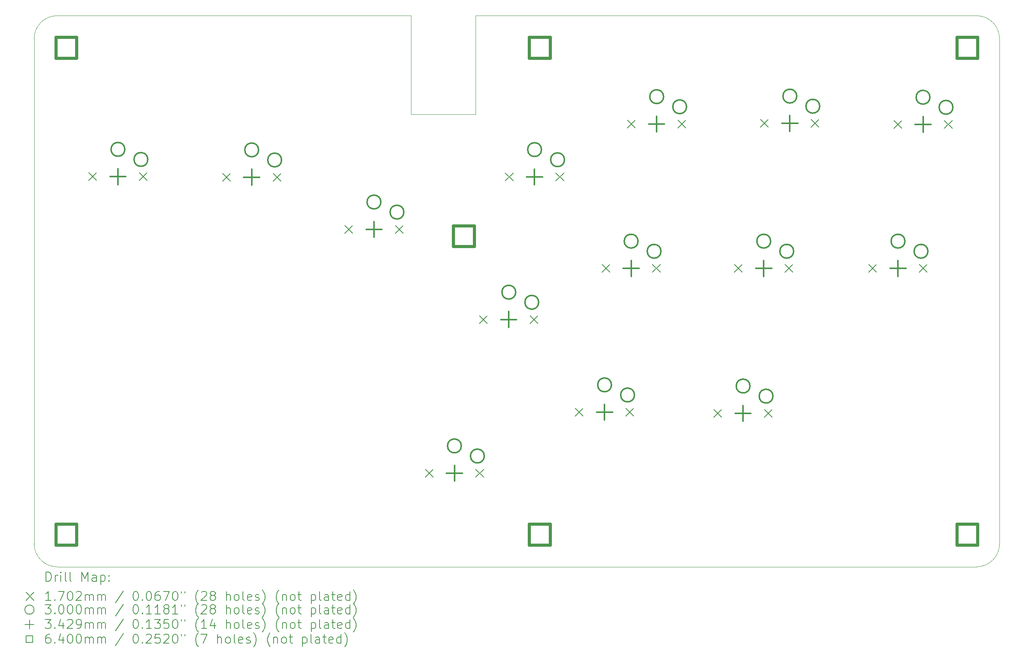
<source format=gbr>
%TF.GenerationSoftware,KiCad,Pcbnew,7.0.5*%
%TF.CreationDate,2023-08-12T18:12:26-04:00*%
%TF.ProjectId,Flatbox-rev5B,466c6174-626f-4782-9d72-657635422e6b,rev?*%
%TF.SameCoordinates,Original*%
%TF.FileFunction,Drillmap*%
%TF.FilePolarity,Positive*%
%FSLAX45Y45*%
G04 Gerber Fmt 4.5, Leading zero omitted, Abs format (unit mm)*
G04 Created by KiCad (PCBNEW 7.0.5) date 2023-08-12 18:12:26*
%MOMM*%
%LPD*%
G01*
G04 APERTURE LIST*
%ADD10C,0.050000*%
%ADD11C,0.200000*%
%ADD12C,0.170180*%
%ADD13C,0.300000*%
%ADD14C,0.342900*%
%ADD15C,0.640000*%
G04 APERTURE END LIST*
D10*
X25000000Y-3500000D02*
X25000000Y-14500000D01*
X24500000Y-15000000D02*
X4500000Y-15000000D01*
X4000000Y-14500000D02*
X4000000Y-3500000D01*
X4500000Y-3000000D02*
X12200000Y-3000000D01*
X13600000Y-3000000D02*
X24500000Y-3000000D01*
X12200000Y-3000000D02*
X12200000Y-5150000D01*
X4500000Y-3000000D02*
G75*
G03*
X4000000Y-3500000I0J-500000D01*
G01*
X13600000Y-5150000D02*
X13600000Y-3000000D01*
X4000000Y-14500000D02*
G75*
G03*
X4500000Y-15000000I500000J0D01*
G01*
X24500000Y-15000000D02*
G75*
G03*
X25000000Y-14500000I0J500000D01*
G01*
X25000000Y-3500000D02*
G75*
G03*
X24500000Y-3000000I-500000J0D01*
G01*
X12200000Y-5150000D02*
X13600000Y-5150000D01*
D11*
D12*
X5187410Y-6419910D02*
X5357590Y-6590090D01*
X5357590Y-6419910D02*
X5187410Y-6590090D01*
X6287410Y-6419910D02*
X6457590Y-6590090D01*
X6457590Y-6419910D02*
X6287410Y-6590090D01*
X8096910Y-6431910D02*
X8267090Y-6602090D01*
X8267090Y-6431910D02*
X8096910Y-6602090D01*
X9196910Y-6431910D02*
X9367090Y-6602090D01*
X9367090Y-6431910D02*
X9196910Y-6602090D01*
X10756910Y-7566910D02*
X10927090Y-7737090D01*
X10927090Y-7566910D02*
X10756910Y-7737090D01*
X11856910Y-7566910D02*
X12027090Y-7737090D01*
X12027090Y-7566910D02*
X11856910Y-7737090D01*
X12506910Y-12876910D02*
X12677090Y-13047090D01*
X12677090Y-12876910D02*
X12506910Y-13047090D01*
X13606910Y-12876910D02*
X13777090Y-13047090D01*
X13777090Y-12876910D02*
X13606910Y-13047090D01*
X13689910Y-9529910D02*
X13860090Y-9700090D01*
X13860090Y-9529910D02*
X13689910Y-9700090D01*
X14250910Y-6425910D02*
X14421090Y-6596090D01*
X14421090Y-6425910D02*
X14250910Y-6596090D01*
X14789910Y-9529910D02*
X14960090Y-9700090D01*
X14960090Y-9529910D02*
X14789910Y-9700090D01*
X15350910Y-6425910D02*
X15521090Y-6596090D01*
X15521090Y-6425910D02*
X15350910Y-6596090D01*
X15773310Y-11548110D02*
X15943490Y-11718290D01*
X15943490Y-11548110D02*
X15773310Y-11718290D01*
X16350910Y-8418910D02*
X16521090Y-8589090D01*
X16521090Y-8418910D02*
X16350910Y-8589090D01*
X16873310Y-11548110D02*
X17043490Y-11718290D01*
X17043490Y-11548110D02*
X16873310Y-11718290D01*
X16906910Y-5272910D02*
X17077090Y-5443090D01*
X17077090Y-5272910D02*
X16906910Y-5443090D01*
X17450910Y-8418910D02*
X17621090Y-8589090D01*
X17621090Y-8418910D02*
X17450910Y-8589090D01*
X18006910Y-5272910D02*
X18177090Y-5443090D01*
X18177090Y-5272910D02*
X18006910Y-5443090D01*
X18786721Y-11573510D02*
X18956901Y-11743690D01*
X18956901Y-11573510D02*
X18786721Y-11743690D01*
X19235910Y-8418910D02*
X19406090Y-8589090D01*
X19406090Y-8418910D02*
X19235910Y-8589090D01*
X19803910Y-5260910D02*
X19974090Y-5431090D01*
X19974090Y-5260910D02*
X19803910Y-5431090D01*
X19886721Y-11573510D02*
X20056901Y-11743690D01*
X20056901Y-11573510D02*
X19886721Y-11743690D01*
X20335910Y-8418910D02*
X20506090Y-8589090D01*
X20506090Y-8418910D02*
X20335910Y-8589090D01*
X20903910Y-5260910D02*
X21074090Y-5431090D01*
X21074090Y-5260910D02*
X20903910Y-5431090D01*
X22156910Y-8418910D02*
X22327090Y-8589090D01*
X22327090Y-8418910D02*
X22156910Y-8589090D01*
X22700910Y-5284910D02*
X22871090Y-5455090D01*
X22871090Y-5284910D02*
X22700910Y-5455090D01*
X23256910Y-8418910D02*
X23427090Y-8589090D01*
X23427090Y-8418910D02*
X23256910Y-8589090D01*
X23800910Y-5284910D02*
X23971090Y-5455090D01*
X23971090Y-5284910D02*
X23800910Y-5455090D01*
D13*
X5972500Y-5910000D02*
G75*
G03*
X5972500Y-5910000I-150000J0D01*
G01*
X6472500Y-6130000D02*
G75*
G03*
X6472500Y-6130000I-150000J0D01*
G01*
X8882000Y-5922000D02*
G75*
G03*
X8882000Y-5922000I-150000J0D01*
G01*
X9382000Y-6142000D02*
G75*
G03*
X9382000Y-6142000I-150000J0D01*
G01*
X11542000Y-7057000D02*
G75*
G03*
X11542000Y-7057000I-150000J0D01*
G01*
X12042000Y-7277000D02*
G75*
G03*
X12042000Y-7277000I-150000J0D01*
G01*
X13292000Y-12367000D02*
G75*
G03*
X13292000Y-12367000I-150000J0D01*
G01*
X13792000Y-12587000D02*
G75*
G03*
X13792000Y-12587000I-150000J0D01*
G01*
X14475000Y-9020000D02*
G75*
G03*
X14475000Y-9020000I-150000J0D01*
G01*
X14975000Y-9240000D02*
G75*
G03*
X14975000Y-9240000I-150000J0D01*
G01*
X15036000Y-5916000D02*
G75*
G03*
X15036000Y-5916000I-150000J0D01*
G01*
X15536000Y-6136000D02*
G75*
G03*
X15536000Y-6136000I-150000J0D01*
G01*
X16558400Y-11038200D02*
G75*
G03*
X16558400Y-11038200I-150000J0D01*
G01*
X17058400Y-11258200D02*
G75*
G03*
X17058400Y-11258200I-150000J0D01*
G01*
X17136000Y-7909000D02*
G75*
G03*
X17136000Y-7909000I-150000J0D01*
G01*
X17636000Y-8129000D02*
G75*
G03*
X17636000Y-8129000I-150000J0D01*
G01*
X17692000Y-4763000D02*
G75*
G03*
X17692000Y-4763000I-150000J0D01*
G01*
X18192000Y-4983000D02*
G75*
G03*
X18192000Y-4983000I-150000J0D01*
G01*
X19571811Y-11063600D02*
G75*
G03*
X19571811Y-11063600I-150000J0D01*
G01*
X20021000Y-7909000D02*
G75*
G03*
X20021000Y-7909000I-150000J0D01*
G01*
X20071811Y-11283600D02*
G75*
G03*
X20071811Y-11283600I-150000J0D01*
G01*
X20521000Y-8129000D02*
G75*
G03*
X20521000Y-8129000I-150000J0D01*
G01*
X20589000Y-4751000D02*
G75*
G03*
X20589000Y-4751000I-150000J0D01*
G01*
X21089000Y-4971000D02*
G75*
G03*
X21089000Y-4971000I-150000J0D01*
G01*
X22942000Y-7909000D02*
G75*
G03*
X22942000Y-7909000I-150000J0D01*
G01*
X23442000Y-8129000D02*
G75*
G03*
X23442000Y-8129000I-150000J0D01*
G01*
X23486000Y-4775000D02*
G75*
G03*
X23486000Y-4775000I-150000J0D01*
G01*
X23986000Y-4995000D02*
G75*
G03*
X23986000Y-4995000I-150000J0D01*
G01*
D14*
X5822500Y-6333550D02*
X5822500Y-6676450D01*
X5651050Y-6505000D02*
X5993950Y-6505000D01*
X8732000Y-6345550D02*
X8732000Y-6688450D01*
X8560550Y-6517000D02*
X8903450Y-6517000D01*
X11392000Y-7480550D02*
X11392000Y-7823450D01*
X11220550Y-7652000D02*
X11563450Y-7652000D01*
X13142000Y-12790550D02*
X13142000Y-13133450D01*
X12970550Y-12962000D02*
X13313450Y-12962000D01*
X14325000Y-9443550D02*
X14325000Y-9786450D01*
X14153550Y-9615000D02*
X14496450Y-9615000D01*
X14886000Y-6339550D02*
X14886000Y-6682450D01*
X14714550Y-6511000D02*
X15057450Y-6511000D01*
X16408400Y-11461750D02*
X16408400Y-11804650D01*
X16236950Y-11633200D02*
X16579850Y-11633200D01*
X16986000Y-8332550D02*
X16986000Y-8675450D01*
X16814550Y-8504000D02*
X17157450Y-8504000D01*
X17542000Y-5186550D02*
X17542000Y-5529450D01*
X17370550Y-5358000D02*
X17713450Y-5358000D01*
X19421811Y-11487150D02*
X19421811Y-11830050D01*
X19250361Y-11658600D02*
X19593261Y-11658600D01*
X19871000Y-8332550D02*
X19871000Y-8675450D01*
X19699550Y-8504000D02*
X20042450Y-8504000D01*
X20439000Y-5174550D02*
X20439000Y-5517450D01*
X20267550Y-5346000D02*
X20610450Y-5346000D01*
X22792000Y-8332550D02*
X22792000Y-8675450D01*
X22620550Y-8504000D02*
X22963450Y-8504000D01*
X23336000Y-5198550D02*
X23336000Y-5541450D01*
X23164550Y-5370000D02*
X23507450Y-5370000D01*
D15*
X4926276Y-3926276D02*
X4926276Y-3473724D01*
X4473724Y-3473724D01*
X4473724Y-3926276D01*
X4926276Y-3926276D01*
X4926276Y-14526276D02*
X4926276Y-14073724D01*
X4473724Y-14073724D01*
X4473724Y-14526276D01*
X4926276Y-14526276D01*
X13576276Y-8026276D02*
X13576276Y-7573724D01*
X13123724Y-7573724D01*
X13123724Y-8026276D01*
X13576276Y-8026276D01*
X15226276Y-3926276D02*
X15226276Y-3473724D01*
X14773724Y-3473724D01*
X14773724Y-3926276D01*
X15226276Y-3926276D01*
X15226276Y-14526276D02*
X15226276Y-14073724D01*
X14773724Y-14073724D01*
X14773724Y-14526276D01*
X15226276Y-14526276D01*
X24526276Y-3926276D02*
X24526276Y-3473724D01*
X24073724Y-3473724D01*
X24073724Y-3926276D01*
X24526276Y-3926276D01*
X24526276Y-14526276D02*
X24526276Y-14073724D01*
X24073724Y-14073724D01*
X24073724Y-14526276D01*
X24526276Y-14526276D01*
D11*
X4258277Y-15313984D02*
X4258277Y-15113984D01*
X4258277Y-15113984D02*
X4305896Y-15113984D01*
X4305896Y-15113984D02*
X4334467Y-15123508D01*
X4334467Y-15123508D02*
X4353515Y-15142555D01*
X4353515Y-15142555D02*
X4363039Y-15161603D01*
X4363039Y-15161603D02*
X4372563Y-15199698D01*
X4372563Y-15199698D02*
X4372563Y-15228269D01*
X4372563Y-15228269D02*
X4363039Y-15266365D01*
X4363039Y-15266365D02*
X4353515Y-15285412D01*
X4353515Y-15285412D02*
X4334467Y-15304460D01*
X4334467Y-15304460D02*
X4305896Y-15313984D01*
X4305896Y-15313984D02*
X4258277Y-15313984D01*
X4458277Y-15313984D02*
X4458277Y-15180650D01*
X4458277Y-15218746D02*
X4467801Y-15199698D01*
X4467801Y-15199698D02*
X4477324Y-15190174D01*
X4477324Y-15190174D02*
X4496372Y-15180650D01*
X4496372Y-15180650D02*
X4515420Y-15180650D01*
X4582086Y-15313984D02*
X4582086Y-15180650D01*
X4582086Y-15113984D02*
X4572563Y-15123508D01*
X4572563Y-15123508D02*
X4582086Y-15133031D01*
X4582086Y-15133031D02*
X4591610Y-15123508D01*
X4591610Y-15123508D02*
X4582086Y-15113984D01*
X4582086Y-15113984D02*
X4582086Y-15133031D01*
X4705896Y-15313984D02*
X4686848Y-15304460D01*
X4686848Y-15304460D02*
X4677324Y-15285412D01*
X4677324Y-15285412D02*
X4677324Y-15113984D01*
X4810658Y-15313984D02*
X4791610Y-15304460D01*
X4791610Y-15304460D02*
X4782086Y-15285412D01*
X4782086Y-15285412D02*
X4782086Y-15113984D01*
X5039229Y-15313984D02*
X5039229Y-15113984D01*
X5039229Y-15113984D02*
X5105896Y-15256841D01*
X5105896Y-15256841D02*
X5172563Y-15113984D01*
X5172563Y-15113984D02*
X5172563Y-15313984D01*
X5353515Y-15313984D02*
X5353515Y-15209222D01*
X5353515Y-15209222D02*
X5343991Y-15190174D01*
X5343991Y-15190174D02*
X5324944Y-15180650D01*
X5324944Y-15180650D02*
X5286848Y-15180650D01*
X5286848Y-15180650D02*
X5267801Y-15190174D01*
X5353515Y-15304460D02*
X5334467Y-15313984D01*
X5334467Y-15313984D02*
X5286848Y-15313984D01*
X5286848Y-15313984D02*
X5267801Y-15304460D01*
X5267801Y-15304460D02*
X5258277Y-15285412D01*
X5258277Y-15285412D02*
X5258277Y-15266365D01*
X5258277Y-15266365D02*
X5267801Y-15247317D01*
X5267801Y-15247317D02*
X5286848Y-15237793D01*
X5286848Y-15237793D02*
X5334467Y-15237793D01*
X5334467Y-15237793D02*
X5353515Y-15228269D01*
X5448753Y-15180650D02*
X5448753Y-15380650D01*
X5448753Y-15190174D02*
X5467801Y-15180650D01*
X5467801Y-15180650D02*
X5505896Y-15180650D01*
X5505896Y-15180650D02*
X5524944Y-15190174D01*
X5524944Y-15190174D02*
X5534467Y-15199698D01*
X5534467Y-15199698D02*
X5543991Y-15218746D01*
X5543991Y-15218746D02*
X5543991Y-15275888D01*
X5543991Y-15275888D02*
X5534467Y-15294936D01*
X5534467Y-15294936D02*
X5524944Y-15304460D01*
X5524944Y-15304460D02*
X5505896Y-15313984D01*
X5505896Y-15313984D02*
X5467801Y-15313984D01*
X5467801Y-15313984D02*
X5448753Y-15304460D01*
X5629705Y-15294936D02*
X5639229Y-15304460D01*
X5639229Y-15304460D02*
X5629705Y-15313984D01*
X5629705Y-15313984D02*
X5620182Y-15304460D01*
X5620182Y-15304460D02*
X5629705Y-15294936D01*
X5629705Y-15294936D02*
X5629705Y-15313984D01*
X5629705Y-15190174D02*
X5639229Y-15199698D01*
X5639229Y-15199698D02*
X5629705Y-15209222D01*
X5629705Y-15209222D02*
X5620182Y-15199698D01*
X5620182Y-15199698D02*
X5629705Y-15190174D01*
X5629705Y-15190174D02*
X5629705Y-15209222D01*
D12*
X3827320Y-15557410D02*
X3997500Y-15727590D01*
X3997500Y-15557410D02*
X3827320Y-15727590D01*
D11*
X4363039Y-15733984D02*
X4248753Y-15733984D01*
X4305896Y-15733984D02*
X4305896Y-15533984D01*
X4305896Y-15533984D02*
X4286848Y-15562555D01*
X4286848Y-15562555D02*
X4267801Y-15581603D01*
X4267801Y-15581603D02*
X4248753Y-15591127D01*
X4448753Y-15714936D02*
X4458277Y-15724460D01*
X4458277Y-15724460D02*
X4448753Y-15733984D01*
X4448753Y-15733984D02*
X4439229Y-15724460D01*
X4439229Y-15724460D02*
X4448753Y-15714936D01*
X4448753Y-15714936D02*
X4448753Y-15733984D01*
X4524944Y-15533984D02*
X4658277Y-15533984D01*
X4658277Y-15533984D02*
X4572563Y-15733984D01*
X4772563Y-15533984D02*
X4791610Y-15533984D01*
X4791610Y-15533984D02*
X4810658Y-15543508D01*
X4810658Y-15543508D02*
X4820182Y-15553031D01*
X4820182Y-15553031D02*
X4829705Y-15572079D01*
X4829705Y-15572079D02*
X4839229Y-15610174D01*
X4839229Y-15610174D02*
X4839229Y-15657793D01*
X4839229Y-15657793D02*
X4829705Y-15695888D01*
X4829705Y-15695888D02*
X4820182Y-15714936D01*
X4820182Y-15714936D02*
X4810658Y-15724460D01*
X4810658Y-15724460D02*
X4791610Y-15733984D01*
X4791610Y-15733984D02*
X4772563Y-15733984D01*
X4772563Y-15733984D02*
X4753515Y-15724460D01*
X4753515Y-15724460D02*
X4743991Y-15714936D01*
X4743991Y-15714936D02*
X4734467Y-15695888D01*
X4734467Y-15695888D02*
X4724944Y-15657793D01*
X4724944Y-15657793D02*
X4724944Y-15610174D01*
X4724944Y-15610174D02*
X4734467Y-15572079D01*
X4734467Y-15572079D02*
X4743991Y-15553031D01*
X4743991Y-15553031D02*
X4753515Y-15543508D01*
X4753515Y-15543508D02*
X4772563Y-15533984D01*
X4915420Y-15553031D02*
X4924944Y-15543508D01*
X4924944Y-15543508D02*
X4943991Y-15533984D01*
X4943991Y-15533984D02*
X4991610Y-15533984D01*
X4991610Y-15533984D02*
X5010658Y-15543508D01*
X5010658Y-15543508D02*
X5020182Y-15553031D01*
X5020182Y-15553031D02*
X5029705Y-15572079D01*
X5029705Y-15572079D02*
X5029705Y-15591127D01*
X5029705Y-15591127D02*
X5020182Y-15619698D01*
X5020182Y-15619698D02*
X4905896Y-15733984D01*
X4905896Y-15733984D02*
X5029705Y-15733984D01*
X5115420Y-15733984D02*
X5115420Y-15600650D01*
X5115420Y-15619698D02*
X5124944Y-15610174D01*
X5124944Y-15610174D02*
X5143991Y-15600650D01*
X5143991Y-15600650D02*
X5172563Y-15600650D01*
X5172563Y-15600650D02*
X5191610Y-15610174D01*
X5191610Y-15610174D02*
X5201134Y-15629222D01*
X5201134Y-15629222D02*
X5201134Y-15733984D01*
X5201134Y-15629222D02*
X5210658Y-15610174D01*
X5210658Y-15610174D02*
X5229705Y-15600650D01*
X5229705Y-15600650D02*
X5258277Y-15600650D01*
X5258277Y-15600650D02*
X5277325Y-15610174D01*
X5277325Y-15610174D02*
X5286848Y-15629222D01*
X5286848Y-15629222D02*
X5286848Y-15733984D01*
X5382086Y-15733984D02*
X5382086Y-15600650D01*
X5382086Y-15619698D02*
X5391610Y-15610174D01*
X5391610Y-15610174D02*
X5410658Y-15600650D01*
X5410658Y-15600650D02*
X5439229Y-15600650D01*
X5439229Y-15600650D02*
X5458277Y-15610174D01*
X5458277Y-15610174D02*
X5467801Y-15629222D01*
X5467801Y-15629222D02*
X5467801Y-15733984D01*
X5467801Y-15629222D02*
X5477325Y-15610174D01*
X5477325Y-15610174D02*
X5496372Y-15600650D01*
X5496372Y-15600650D02*
X5524944Y-15600650D01*
X5524944Y-15600650D02*
X5543991Y-15610174D01*
X5543991Y-15610174D02*
X5553515Y-15629222D01*
X5553515Y-15629222D02*
X5553515Y-15733984D01*
X5943991Y-15524460D02*
X5772563Y-15781603D01*
X6201134Y-15533984D02*
X6220182Y-15533984D01*
X6220182Y-15533984D02*
X6239229Y-15543508D01*
X6239229Y-15543508D02*
X6248753Y-15553031D01*
X6248753Y-15553031D02*
X6258277Y-15572079D01*
X6258277Y-15572079D02*
X6267801Y-15610174D01*
X6267801Y-15610174D02*
X6267801Y-15657793D01*
X6267801Y-15657793D02*
X6258277Y-15695888D01*
X6258277Y-15695888D02*
X6248753Y-15714936D01*
X6248753Y-15714936D02*
X6239229Y-15724460D01*
X6239229Y-15724460D02*
X6220182Y-15733984D01*
X6220182Y-15733984D02*
X6201134Y-15733984D01*
X6201134Y-15733984D02*
X6182086Y-15724460D01*
X6182086Y-15724460D02*
X6172563Y-15714936D01*
X6172563Y-15714936D02*
X6163039Y-15695888D01*
X6163039Y-15695888D02*
X6153515Y-15657793D01*
X6153515Y-15657793D02*
X6153515Y-15610174D01*
X6153515Y-15610174D02*
X6163039Y-15572079D01*
X6163039Y-15572079D02*
X6172563Y-15553031D01*
X6172563Y-15553031D02*
X6182086Y-15543508D01*
X6182086Y-15543508D02*
X6201134Y-15533984D01*
X6353515Y-15714936D02*
X6363039Y-15724460D01*
X6363039Y-15724460D02*
X6353515Y-15733984D01*
X6353515Y-15733984D02*
X6343991Y-15724460D01*
X6343991Y-15724460D02*
X6353515Y-15714936D01*
X6353515Y-15714936D02*
X6353515Y-15733984D01*
X6486848Y-15533984D02*
X6505896Y-15533984D01*
X6505896Y-15533984D02*
X6524944Y-15543508D01*
X6524944Y-15543508D02*
X6534467Y-15553031D01*
X6534467Y-15553031D02*
X6543991Y-15572079D01*
X6543991Y-15572079D02*
X6553515Y-15610174D01*
X6553515Y-15610174D02*
X6553515Y-15657793D01*
X6553515Y-15657793D02*
X6543991Y-15695888D01*
X6543991Y-15695888D02*
X6534467Y-15714936D01*
X6534467Y-15714936D02*
X6524944Y-15724460D01*
X6524944Y-15724460D02*
X6505896Y-15733984D01*
X6505896Y-15733984D02*
X6486848Y-15733984D01*
X6486848Y-15733984D02*
X6467801Y-15724460D01*
X6467801Y-15724460D02*
X6458277Y-15714936D01*
X6458277Y-15714936D02*
X6448753Y-15695888D01*
X6448753Y-15695888D02*
X6439229Y-15657793D01*
X6439229Y-15657793D02*
X6439229Y-15610174D01*
X6439229Y-15610174D02*
X6448753Y-15572079D01*
X6448753Y-15572079D02*
X6458277Y-15553031D01*
X6458277Y-15553031D02*
X6467801Y-15543508D01*
X6467801Y-15543508D02*
X6486848Y-15533984D01*
X6724944Y-15533984D02*
X6686848Y-15533984D01*
X6686848Y-15533984D02*
X6667801Y-15543508D01*
X6667801Y-15543508D02*
X6658277Y-15553031D01*
X6658277Y-15553031D02*
X6639229Y-15581603D01*
X6639229Y-15581603D02*
X6629706Y-15619698D01*
X6629706Y-15619698D02*
X6629706Y-15695888D01*
X6629706Y-15695888D02*
X6639229Y-15714936D01*
X6639229Y-15714936D02*
X6648753Y-15724460D01*
X6648753Y-15724460D02*
X6667801Y-15733984D01*
X6667801Y-15733984D02*
X6705896Y-15733984D01*
X6705896Y-15733984D02*
X6724944Y-15724460D01*
X6724944Y-15724460D02*
X6734467Y-15714936D01*
X6734467Y-15714936D02*
X6743991Y-15695888D01*
X6743991Y-15695888D02*
X6743991Y-15648269D01*
X6743991Y-15648269D02*
X6734467Y-15629222D01*
X6734467Y-15629222D02*
X6724944Y-15619698D01*
X6724944Y-15619698D02*
X6705896Y-15610174D01*
X6705896Y-15610174D02*
X6667801Y-15610174D01*
X6667801Y-15610174D02*
X6648753Y-15619698D01*
X6648753Y-15619698D02*
X6639229Y-15629222D01*
X6639229Y-15629222D02*
X6629706Y-15648269D01*
X6810658Y-15533984D02*
X6943991Y-15533984D01*
X6943991Y-15533984D02*
X6858277Y-15733984D01*
X7058277Y-15533984D02*
X7077325Y-15533984D01*
X7077325Y-15533984D02*
X7096372Y-15543508D01*
X7096372Y-15543508D02*
X7105896Y-15553031D01*
X7105896Y-15553031D02*
X7115420Y-15572079D01*
X7115420Y-15572079D02*
X7124944Y-15610174D01*
X7124944Y-15610174D02*
X7124944Y-15657793D01*
X7124944Y-15657793D02*
X7115420Y-15695888D01*
X7115420Y-15695888D02*
X7105896Y-15714936D01*
X7105896Y-15714936D02*
X7096372Y-15724460D01*
X7096372Y-15724460D02*
X7077325Y-15733984D01*
X7077325Y-15733984D02*
X7058277Y-15733984D01*
X7058277Y-15733984D02*
X7039229Y-15724460D01*
X7039229Y-15724460D02*
X7029706Y-15714936D01*
X7029706Y-15714936D02*
X7020182Y-15695888D01*
X7020182Y-15695888D02*
X7010658Y-15657793D01*
X7010658Y-15657793D02*
X7010658Y-15610174D01*
X7010658Y-15610174D02*
X7020182Y-15572079D01*
X7020182Y-15572079D02*
X7029706Y-15553031D01*
X7029706Y-15553031D02*
X7039229Y-15543508D01*
X7039229Y-15543508D02*
X7058277Y-15533984D01*
X7201134Y-15533984D02*
X7201134Y-15572079D01*
X7277325Y-15533984D02*
X7277325Y-15572079D01*
X7572563Y-15810174D02*
X7563039Y-15800650D01*
X7563039Y-15800650D02*
X7543991Y-15772079D01*
X7543991Y-15772079D02*
X7534468Y-15753031D01*
X7534468Y-15753031D02*
X7524944Y-15724460D01*
X7524944Y-15724460D02*
X7515420Y-15676841D01*
X7515420Y-15676841D02*
X7515420Y-15638746D01*
X7515420Y-15638746D02*
X7524944Y-15591127D01*
X7524944Y-15591127D02*
X7534468Y-15562555D01*
X7534468Y-15562555D02*
X7543991Y-15543508D01*
X7543991Y-15543508D02*
X7563039Y-15514936D01*
X7563039Y-15514936D02*
X7572563Y-15505412D01*
X7639229Y-15553031D02*
X7648753Y-15543508D01*
X7648753Y-15543508D02*
X7667801Y-15533984D01*
X7667801Y-15533984D02*
X7715420Y-15533984D01*
X7715420Y-15533984D02*
X7734468Y-15543508D01*
X7734468Y-15543508D02*
X7743991Y-15553031D01*
X7743991Y-15553031D02*
X7753515Y-15572079D01*
X7753515Y-15572079D02*
X7753515Y-15591127D01*
X7753515Y-15591127D02*
X7743991Y-15619698D01*
X7743991Y-15619698D02*
X7629706Y-15733984D01*
X7629706Y-15733984D02*
X7753515Y-15733984D01*
X7867801Y-15619698D02*
X7848753Y-15610174D01*
X7848753Y-15610174D02*
X7839229Y-15600650D01*
X7839229Y-15600650D02*
X7829706Y-15581603D01*
X7829706Y-15581603D02*
X7829706Y-15572079D01*
X7829706Y-15572079D02*
X7839229Y-15553031D01*
X7839229Y-15553031D02*
X7848753Y-15543508D01*
X7848753Y-15543508D02*
X7867801Y-15533984D01*
X7867801Y-15533984D02*
X7905896Y-15533984D01*
X7905896Y-15533984D02*
X7924944Y-15543508D01*
X7924944Y-15543508D02*
X7934468Y-15553031D01*
X7934468Y-15553031D02*
X7943991Y-15572079D01*
X7943991Y-15572079D02*
X7943991Y-15581603D01*
X7943991Y-15581603D02*
X7934468Y-15600650D01*
X7934468Y-15600650D02*
X7924944Y-15610174D01*
X7924944Y-15610174D02*
X7905896Y-15619698D01*
X7905896Y-15619698D02*
X7867801Y-15619698D01*
X7867801Y-15619698D02*
X7848753Y-15629222D01*
X7848753Y-15629222D02*
X7839229Y-15638746D01*
X7839229Y-15638746D02*
X7829706Y-15657793D01*
X7829706Y-15657793D02*
X7829706Y-15695888D01*
X7829706Y-15695888D02*
X7839229Y-15714936D01*
X7839229Y-15714936D02*
X7848753Y-15724460D01*
X7848753Y-15724460D02*
X7867801Y-15733984D01*
X7867801Y-15733984D02*
X7905896Y-15733984D01*
X7905896Y-15733984D02*
X7924944Y-15724460D01*
X7924944Y-15724460D02*
X7934468Y-15714936D01*
X7934468Y-15714936D02*
X7943991Y-15695888D01*
X7943991Y-15695888D02*
X7943991Y-15657793D01*
X7943991Y-15657793D02*
X7934468Y-15638746D01*
X7934468Y-15638746D02*
X7924944Y-15629222D01*
X7924944Y-15629222D02*
X7905896Y-15619698D01*
X8182087Y-15733984D02*
X8182087Y-15533984D01*
X8267801Y-15733984D02*
X8267801Y-15629222D01*
X8267801Y-15629222D02*
X8258277Y-15610174D01*
X8258277Y-15610174D02*
X8239230Y-15600650D01*
X8239230Y-15600650D02*
X8210658Y-15600650D01*
X8210658Y-15600650D02*
X8191610Y-15610174D01*
X8191610Y-15610174D02*
X8182087Y-15619698D01*
X8391611Y-15733984D02*
X8372563Y-15724460D01*
X8372563Y-15724460D02*
X8363039Y-15714936D01*
X8363039Y-15714936D02*
X8353515Y-15695888D01*
X8353515Y-15695888D02*
X8353515Y-15638746D01*
X8353515Y-15638746D02*
X8363039Y-15619698D01*
X8363039Y-15619698D02*
X8372563Y-15610174D01*
X8372563Y-15610174D02*
X8391611Y-15600650D01*
X8391611Y-15600650D02*
X8420182Y-15600650D01*
X8420182Y-15600650D02*
X8439230Y-15610174D01*
X8439230Y-15610174D02*
X8448753Y-15619698D01*
X8448753Y-15619698D02*
X8458277Y-15638746D01*
X8458277Y-15638746D02*
X8458277Y-15695888D01*
X8458277Y-15695888D02*
X8448753Y-15714936D01*
X8448753Y-15714936D02*
X8439230Y-15724460D01*
X8439230Y-15724460D02*
X8420182Y-15733984D01*
X8420182Y-15733984D02*
X8391611Y-15733984D01*
X8572563Y-15733984D02*
X8553515Y-15724460D01*
X8553515Y-15724460D02*
X8543992Y-15705412D01*
X8543992Y-15705412D02*
X8543992Y-15533984D01*
X8724944Y-15724460D02*
X8705896Y-15733984D01*
X8705896Y-15733984D02*
X8667801Y-15733984D01*
X8667801Y-15733984D02*
X8648753Y-15724460D01*
X8648753Y-15724460D02*
X8639230Y-15705412D01*
X8639230Y-15705412D02*
X8639230Y-15629222D01*
X8639230Y-15629222D02*
X8648753Y-15610174D01*
X8648753Y-15610174D02*
X8667801Y-15600650D01*
X8667801Y-15600650D02*
X8705896Y-15600650D01*
X8705896Y-15600650D02*
X8724944Y-15610174D01*
X8724944Y-15610174D02*
X8734468Y-15629222D01*
X8734468Y-15629222D02*
X8734468Y-15648269D01*
X8734468Y-15648269D02*
X8639230Y-15667317D01*
X8810658Y-15724460D02*
X8829706Y-15733984D01*
X8829706Y-15733984D02*
X8867801Y-15733984D01*
X8867801Y-15733984D02*
X8886849Y-15724460D01*
X8886849Y-15724460D02*
X8896373Y-15705412D01*
X8896373Y-15705412D02*
X8896373Y-15695888D01*
X8896373Y-15695888D02*
X8886849Y-15676841D01*
X8886849Y-15676841D02*
X8867801Y-15667317D01*
X8867801Y-15667317D02*
X8839230Y-15667317D01*
X8839230Y-15667317D02*
X8820182Y-15657793D01*
X8820182Y-15657793D02*
X8810658Y-15638746D01*
X8810658Y-15638746D02*
X8810658Y-15629222D01*
X8810658Y-15629222D02*
X8820182Y-15610174D01*
X8820182Y-15610174D02*
X8839230Y-15600650D01*
X8839230Y-15600650D02*
X8867801Y-15600650D01*
X8867801Y-15600650D02*
X8886849Y-15610174D01*
X8963039Y-15810174D02*
X8972563Y-15800650D01*
X8972563Y-15800650D02*
X8991611Y-15772079D01*
X8991611Y-15772079D02*
X9001134Y-15753031D01*
X9001134Y-15753031D02*
X9010658Y-15724460D01*
X9010658Y-15724460D02*
X9020182Y-15676841D01*
X9020182Y-15676841D02*
X9020182Y-15638746D01*
X9020182Y-15638746D02*
X9010658Y-15591127D01*
X9010658Y-15591127D02*
X9001134Y-15562555D01*
X9001134Y-15562555D02*
X8991611Y-15543508D01*
X8991611Y-15543508D02*
X8972563Y-15514936D01*
X8972563Y-15514936D02*
X8963039Y-15505412D01*
X9324944Y-15810174D02*
X9315420Y-15800650D01*
X9315420Y-15800650D02*
X9296373Y-15772079D01*
X9296373Y-15772079D02*
X9286849Y-15753031D01*
X9286849Y-15753031D02*
X9277325Y-15724460D01*
X9277325Y-15724460D02*
X9267801Y-15676841D01*
X9267801Y-15676841D02*
X9267801Y-15638746D01*
X9267801Y-15638746D02*
X9277325Y-15591127D01*
X9277325Y-15591127D02*
X9286849Y-15562555D01*
X9286849Y-15562555D02*
X9296373Y-15543508D01*
X9296373Y-15543508D02*
X9315420Y-15514936D01*
X9315420Y-15514936D02*
X9324944Y-15505412D01*
X9401134Y-15600650D02*
X9401134Y-15733984D01*
X9401134Y-15619698D02*
X9410658Y-15610174D01*
X9410658Y-15610174D02*
X9429706Y-15600650D01*
X9429706Y-15600650D02*
X9458277Y-15600650D01*
X9458277Y-15600650D02*
X9477325Y-15610174D01*
X9477325Y-15610174D02*
X9486849Y-15629222D01*
X9486849Y-15629222D02*
X9486849Y-15733984D01*
X9610658Y-15733984D02*
X9591611Y-15724460D01*
X9591611Y-15724460D02*
X9582087Y-15714936D01*
X9582087Y-15714936D02*
X9572563Y-15695888D01*
X9572563Y-15695888D02*
X9572563Y-15638746D01*
X9572563Y-15638746D02*
X9582087Y-15619698D01*
X9582087Y-15619698D02*
X9591611Y-15610174D01*
X9591611Y-15610174D02*
X9610658Y-15600650D01*
X9610658Y-15600650D02*
X9639230Y-15600650D01*
X9639230Y-15600650D02*
X9658277Y-15610174D01*
X9658277Y-15610174D02*
X9667801Y-15619698D01*
X9667801Y-15619698D02*
X9677325Y-15638746D01*
X9677325Y-15638746D02*
X9677325Y-15695888D01*
X9677325Y-15695888D02*
X9667801Y-15714936D01*
X9667801Y-15714936D02*
X9658277Y-15724460D01*
X9658277Y-15724460D02*
X9639230Y-15733984D01*
X9639230Y-15733984D02*
X9610658Y-15733984D01*
X9734468Y-15600650D02*
X9810658Y-15600650D01*
X9763039Y-15533984D02*
X9763039Y-15705412D01*
X9763039Y-15705412D02*
X9772563Y-15724460D01*
X9772563Y-15724460D02*
X9791611Y-15733984D01*
X9791611Y-15733984D02*
X9810658Y-15733984D01*
X10029706Y-15600650D02*
X10029706Y-15800650D01*
X10029706Y-15610174D02*
X10048754Y-15600650D01*
X10048754Y-15600650D02*
X10086849Y-15600650D01*
X10086849Y-15600650D02*
X10105896Y-15610174D01*
X10105896Y-15610174D02*
X10115420Y-15619698D01*
X10115420Y-15619698D02*
X10124944Y-15638746D01*
X10124944Y-15638746D02*
X10124944Y-15695888D01*
X10124944Y-15695888D02*
X10115420Y-15714936D01*
X10115420Y-15714936D02*
X10105896Y-15724460D01*
X10105896Y-15724460D02*
X10086849Y-15733984D01*
X10086849Y-15733984D02*
X10048754Y-15733984D01*
X10048754Y-15733984D02*
X10029706Y-15724460D01*
X10239230Y-15733984D02*
X10220182Y-15724460D01*
X10220182Y-15724460D02*
X10210658Y-15705412D01*
X10210658Y-15705412D02*
X10210658Y-15533984D01*
X10401135Y-15733984D02*
X10401135Y-15629222D01*
X10401135Y-15629222D02*
X10391611Y-15610174D01*
X10391611Y-15610174D02*
X10372563Y-15600650D01*
X10372563Y-15600650D02*
X10334468Y-15600650D01*
X10334468Y-15600650D02*
X10315420Y-15610174D01*
X10401135Y-15724460D02*
X10382087Y-15733984D01*
X10382087Y-15733984D02*
X10334468Y-15733984D01*
X10334468Y-15733984D02*
X10315420Y-15724460D01*
X10315420Y-15724460D02*
X10305896Y-15705412D01*
X10305896Y-15705412D02*
X10305896Y-15686365D01*
X10305896Y-15686365D02*
X10315420Y-15667317D01*
X10315420Y-15667317D02*
X10334468Y-15657793D01*
X10334468Y-15657793D02*
X10382087Y-15657793D01*
X10382087Y-15657793D02*
X10401135Y-15648269D01*
X10467801Y-15600650D02*
X10543992Y-15600650D01*
X10496373Y-15533984D02*
X10496373Y-15705412D01*
X10496373Y-15705412D02*
X10505896Y-15724460D01*
X10505896Y-15724460D02*
X10524944Y-15733984D01*
X10524944Y-15733984D02*
X10543992Y-15733984D01*
X10686849Y-15724460D02*
X10667801Y-15733984D01*
X10667801Y-15733984D02*
X10629706Y-15733984D01*
X10629706Y-15733984D02*
X10610658Y-15724460D01*
X10610658Y-15724460D02*
X10601135Y-15705412D01*
X10601135Y-15705412D02*
X10601135Y-15629222D01*
X10601135Y-15629222D02*
X10610658Y-15610174D01*
X10610658Y-15610174D02*
X10629706Y-15600650D01*
X10629706Y-15600650D02*
X10667801Y-15600650D01*
X10667801Y-15600650D02*
X10686849Y-15610174D01*
X10686849Y-15610174D02*
X10696373Y-15629222D01*
X10696373Y-15629222D02*
X10696373Y-15648269D01*
X10696373Y-15648269D02*
X10601135Y-15667317D01*
X10867801Y-15733984D02*
X10867801Y-15533984D01*
X10867801Y-15724460D02*
X10848754Y-15733984D01*
X10848754Y-15733984D02*
X10810658Y-15733984D01*
X10810658Y-15733984D02*
X10791611Y-15724460D01*
X10791611Y-15724460D02*
X10782087Y-15714936D01*
X10782087Y-15714936D02*
X10772563Y-15695888D01*
X10772563Y-15695888D02*
X10772563Y-15638746D01*
X10772563Y-15638746D02*
X10782087Y-15619698D01*
X10782087Y-15619698D02*
X10791611Y-15610174D01*
X10791611Y-15610174D02*
X10810658Y-15600650D01*
X10810658Y-15600650D02*
X10848754Y-15600650D01*
X10848754Y-15600650D02*
X10867801Y-15610174D01*
X10943992Y-15810174D02*
X10953516Y-15800650D01*
X10953516Y-15800650D02*
X10972563Y-15772079D01*
X10972563Y-15772079D02*
X10982087Y-15753031D01*
X10982087Y-15753031D02*
X10991611Y-15724460D01*
X10991611Y-15724460D02*
X11001135Y-15676841D01*
X11001135Y-15676841D02*
X11001135Y-15638746D01*
X11001135Y-15638746D02*
X10991611Y-15591127D01*
X10991611Y-15591127D02*
X10982087Y-15562555D01*
X10982087Y-15562555D02*
X10972563Y-15543508D01*
X10972563Y-15543508D02*
X10953516Y-15514936D01*
X10953516Y-15514936D02*
X10943992Y-15505412D01*
X3997500Y-15932680D02*
G75*
G03*
X3997500Y-15932680I-100000J0D01*
G01*
X4239229Y-15824164D02*
X4363039Y-15824164D01*
X4363039Y-15824164D02*
X4296372Y-15900354D01*
X4296372Y-15900354D02*
X4324944Y-15900354D01*
X4324944Y-15900354D02*
X4343991Y-15909878D01*
X4343991Y-15909878D02*
X4353515Y-15919402D01*
X4353515Y-15919402D02*
X4363039Y-15938449D01*
X4363039Y-15938449D02*
X4363039Y-15986068D01*
X4363039Y-15986068D02*
X4353515Y-16005116D01*
X4353515Y-16005116D02*
X4343991Y-16014640D01*
X4343991Y-16014640D02*
X4324944Y-16024164D01*
X4324944Y-16024164D02*
X4267801Y-16024164D01*
X4267801Y-16024164D02*
X4248753Y-16014640D01*
X4248753Y-16014640D02*
X4239229Y-16005116D01*
X4448753Y-16005116D02*
X4458277Y-16014640D01*
X4458277Y-16014640D02*
X4448753Y-16024164D01*
X4448753Y-16024164D02*
X4439229Y-16014640D01*
X4439229Y-16014640D02*
X4448753Y-16005116D01*
X4448753Y-16005116D02*
X4448753Y-16024164D01*
X4582086Y-15824164D02*
X4601134Y-15824164D01*
X4601134Y-15824164D02*
X4620182Y-15833688D01*
X4620182Y-15833688D02*
X4629705Y-15843211D01*
X4629705Y-15843211D02*
X4639229Y-15862259D01*
X4639229Y-15862259D02*
X4648753Y-15900354D01*
X4648753Y-15900354D02*
X4648753Y-15947973D01*
X4648753Y-15947973D02*
X4639229Y-15986068D01*
X4639229Y-15986068D02*
X4629705Y-16005116D01*
X4629705Y-16005116D02*
X4620182Y-16014640D01*
X4620182Y-16014640D02*
X4601134Y-16024164D01*
X4601134Y-16024164D02*
X4582086Y-16024164D01*
X4582086Y-16024164D02*
X4563039Y-16014640D01*
X4563039Y-16014640D02*
X4553515Y-16005116D01*
X4553515Y-16005116D02*
X4543991Y-15986068D01*
X4543991Y-15986068D02*
X4534467Y-15947973D01*
X4534467Y-15947973D02*
X4534467Y-15900354D01*
X4534467Y-15900354D02*
X4543991Y-15862259D01*
X4543991Y-15862259D02*
X4553515Y-15843211D01*
X4553515Y-15843211D02*
X4563039Y-15833688D01*
X4563039Y-15833688D02*
X4582086Y-15824164D01*
X4772563Y-15824164D02*
X4791610Y-15824164D01*
X4791610Y-15824164D02*
X4810658Y-15833688D01*
X4810658Y-15833688D02*
X4820182Y-15843211D01*
X4820182Y-15843211D02*
X4829705Y-15862259D01*
X4829705Y-15862259D02*
X4839229Y-15900354D01*
X4839229Y-15900354D02*
X4839229Y-15947973D01*
X4839229Y-15947973D02*
X4829705Y-15986068D01*
X4829705Y-15986068D02*
X4820182Y-16005116D01*
X4820182Y-16005116D02*
X4810658Y-16014640D01*
X4810658Y-16014640D02*
X4791610Y-16024164D01*
X4791610Y-16024164D02*
X4772563Y-16024164D01*
X4772563Y-16024164D02*
X4753515Y-16014640D01*
X4753515Y-16014640D02*
X4743991Y-16005116D01*
X4743991Y-16005116D02*
X4734467Y-15986068D01*
X4734467Y-15986068D02*
X4724944Y-15947973D01*
X4724944Y-15947973D02*
X4724944Y-15900354D01*
X4724944Y-15900354D02*
X4734467Y-15862259D01*
X4734467Y-15862259D02*
X4743991Y-15843211D01*
X4743991Y-15843211D02*
X4753515Y-15833688D01*
X4753515Y-15833688D02*
X4772563Y-15824164D01*
X4963039Y-15824164D02*
X4982086Y-15824164D01*
X4982086Y-15824164D02*
X5001134Y-15833688D01*
X5001134Y-15833688D02*
X5010658Y-15843211D01*
X5010658Y-15843211D02*
X5020182Y-15862259D01*
X5020182Y-15862259D02*
X5029705Y-15900354D01*
X5029705Y-15900354D02*
X5029705Y-15947973D01*
X5029705Y-15947973D02*
X5020182Y-15986068D01*
X5020182Y-15986068D02*
X5010658Y-16005116D01*
X5010658Y-16005116D02*
X5001134Y-16014640D01*
X5001134Y-16014640D02*
X4982086Y-16024164D01*
X4982086Y-16024164D02*
X4963039Y-16024164D01*
X4963039Y-16024164D02*
X4943991Y-16014640D01*
X4943991Y-16014640D02*
X4934467Y-16005116D01*
X4934467Y-16005116D02*
X4924944Y-15986068D01*
X4924944Y-15986068D02*
X4915420Y-15947973D01*
X4915420Y-15947973D02*
X4915420Y-15900354D01*
X4915420Y-15900354D02*
X4924944Y-15862259D01*
X4924944Y-15862259D02*
X4934467Y-15843211D01*
X4934467Y-15843211D02*
X4943991Y-15833688D01*
X4943991Y-15833688D02*
X4963039Y-15824164D01*
X5115420Y-16024164D02*
X5115420Y-15890830D01*
X5115420Y-15909878D02*
X5124944Y-15900354D01*
X5124944Y-15900354D02*
X5143991Y-15890830D01*
X5143991Y-15890830D02*
X5172563Y-15890830D01*
X5172563Y-15890830D02*
X5191610Y-15900354D01*
X5191610Y-15900354D02*
X5201134Y-15919402D01*
X5201134Y-15919402D02*
X5201134Y-16024164D01*
X5201134Y-15919402D02*
X5210658Y-15900354D01*
X5210658Y-15900354D02*
X5229705Y-15890830D01*
X5229705Y-15890830D02*
X5258277Y-15890830D01*
X5258277Y-15890830D02*
X5277325Y-15900354D01*
X5277325Y-15900354D02*
X5286848Y-15919402D01*
X5286848Y-15919402D02*
X5286848Y-16024164D01*
X5382086Y-16024164D02*
X5382086Y-15890830D01*
X5382086Y-15909878D02*
X5391610Y-15900354D01*
X5391610Y-15900354D02*
X5410658Y-15890830D01*
X5410658Y-15890830D02*
X5439229Y-15890830D01*
X5439229Y-15890830D02*
X5458277Y-15900354D01*
X5458277Y-15900354D02*
X5467801Y-15919402D01*
X5467801Y-15919402D02*
X5467801Y-16024164D01*
X5467801Y-15919402D02*
X5477325Y-15900354D01*
X5477325Y-15900354D02*
X5496372Y-15890830D01*
X5496372Y-15890830D02*
X5524944Y-15890830D01*
X5524944Y-15890830D02*
X5543991Y-15900354D01*
X5543991Y-15900354D02*
X5553515Y-15919402D01*
X5553515Y-15919402D02*
X5553515Y-16024164D01*
X5943991Y-15814640D02*
X5772563Y-16071783D01*
X6201134Y-15824164D02*
X6220182Y-15824164D01*
X6220182Y-15824164D02*
X6239229Y-15833688D01*
X6239229Y-15833688D02*
X6248753Y-15843211D01*
X6248753Y-15843211D02*
X6258277Y-15862259D01*
X6258277Y-15862259D02*
X6267801Y-15900354D01*
X6267801Y-15900354D02*
X6267801Y-15947973D01*
X6267801Y-15947973D02*
X6258277Y-15986068D01*
X6258277Y-15986068D02*
X6248753Y-16005116D01*
X6248753Y-16005116D02*
X6239229Y-16014640D01*
X6239229Y-16014640D02*
X6220182Y-16024164D01*
X6220182Y-16024164D02*
X6201134Y-16024164D01*
X6201134Y-16024164D02*
X6182086Y-16014640D01*
X6182086Y-16014640D02*
X6172563Y-16005116D01*
X6172563Y-16005116D02*
X6163039Y-15986068D01*
X6163039Y-15986068D02*
X6153515Y-15947973D01*
X6153515Y-15947973D02*
X6153515Y-15900354D01*
X6153515Y-15900354D02*
X6163039Y-15862259D01*
X6163039Y-15862259D02*
X6172563Y-15843211D01*
X6172563Y-15843211D02*
X6182086Y-15833688D01*
X6182086Y-15833688D02*
X6201134Y-15824164D01*
X6353515Y-16005116D02*
X6363039Y-16014640D01*
X6363039Y-16014640D02*
X6353515Y-16024164D01*
X6353515Y-16024164D02*
X6343991Y-16014640D01*
X6343991Y-16014640D02*
X6353515Y-16005116D01*
X6353515Y-16005116D02*
X6353515Y-16024164D01*
X6553515Y-16024164D02*
X6439229Y-16024164D01*
X6496372Y-16024164D02*
X6496372Y-15824164D01*
X6496372Y-15824164D02*
X6477325Y-15852735D01*
X6477325Y-15852735D02*
X6458277Y-15871783D01*
X6458277Y-15871783D02*
X6439229Y-15881307D01*
X6743991Y-16024164D02*
X6629706Y-16024164D01*
X6686848Y-16024164D02*
X6686848Y-15824164D01*
X6686848Y-15824164D02*
X6667801Y-15852735D01*
X6667801Y-15852735D02*
X6648753Y-15871783D01*
X6648753Y-15871783D02*
X6629706Y-15881307D01*
X6858277Y-15909878D02*
X6839229Y-15900354D01*
X6839229Y-15900354D02*
X6829706Y-15890830D01*
X6829706Y-15890830D02*
X6820182Y-15871783D01*
X6820182Y-15871783D02*
X6820182Y-15862259D01*
X6820182Y-15862259D02*
X6829706Y-15843211D01*
X6829706Y-15843211D02*
X6839229Y-15833688D01*
X6839229Y-15833688D02*
X6858277Y-15824164D01*
X6858277Y-15824164D02*
X6896372Y-15824164D01*
X6896372Y-15824164D02*
X6915420Y-15833688D01*
X6915420Y-15833688D02*
X6924944Y-15843211D01*
X6924944Y-15843211D02*
X6934467Y-15862259D01*
X6934467Y-15862259D02*
X6934467Y-15871783D01*
X6934467Y-15871783D02*
X6924944Y-15890830D01*
X6924944Y-15890830D02*
X6915420Y-15900354D01*
X6915420Y-15900354D02*
X6896372Y-15909878D01*
X6896372Y-15909878D02*
X6858277Y-15909878D01*
X6858277Y-15909878D02*
X6839229Y-15919402D01*
X6839229Y-15919402D02*
X6829706Y-15928926D01*
X6829706Y-15928926D02*
X6820182Y-15947973D01*
X6820182Y-15947973D02*
X6820182Y-15986068D01*
X6820182Y-15986068D02*
X6829706Y-16005116D01*
X6829706Y-16005116D02*
X6839229Y-16014640D01*
X6839229Y-16014640D02*
X6858277Y-16024164D01*
X6858277Y-16024164D02*
X6896372Y-16024164D01*
X6896372Y-16024164D02*
X6915420Y-16014640D01*
X6915420Y-16014640D02*
X6924944Y-16005116D01*
X6924944Y-16005116D02*
X6934467Y-15986068D01*
X6934467Y-15986068D02*
X6934467Y-15947973D01*
X6934467Y-15947973D02*
X6924944Y-15928926D01*
X6924944Y-15928926D02*
X6915420Y-15919402D01*
X6915420Y-15919402D02*
X6896372Y-15909878D01*
X7124944Y-16024164D02*
X7010658Y-16024164D01*
X7067801Y-16024164D02*
X7067801Y-15824164D01*
X7067801Y-15824164D02*
X7048753Y-15852735D01*
X7048753Y-15852735D02*
X7029706Y-15871783D01*
X7029706Y-15871783D02*
X7010658Y-15881307D01*
X7201134Y-15824164D02*
X7201134Y-15862259D01*
X7277325Y-15824164D02*
X7277325Y-15862259D01*
X7572563Y-16100354D02*
X7563039Y-16090830D01*
X7563039Y-16090830D02*
X7543991Y-16062259D01*
X7543991Y-16062259D02*
X7534468Y-16043211D01*
X7534468Y-16043211D02*
X7524944Y-16014640D01*
X7524944Y-16014640D02*
X7515420Y-15967021D01*
X7515420Y-15967021D02*
X7515420Y-15928926D01*
X7515420Y-15928926D02*
X7524944Y-15881307D01*
X7524944Y-15881307D02*
X7534468Y-15852735D01*
X7534468Y-15852735D02*
X7543991Y-15833688D01*
X7543991Y-15833688D02*
X7563039Y-15805116D01*
X7563039Y-15805116D02*
X7572563Y-15795592D01*
X7639229Y-15843211D02*
X7648753Y-15833688D01*
X7648753Y-15833688D02*
X7667801Y-15824164D01*
X7667801Y-15824164D02*
X7715420Y-15824164D01*
X7715420Y-15824164D02*
X7734468Y-15833688D01*
X7734468Y-15833688D02*
X7743991Y-15843211D01*
X7743991Y-15843211D02*
X7753515Y-15862259D01*
X7753515Y-15862259D02*
X7753515Y-15881307D01*
X7753515Y-15881307D02*
X7743991Y-15909878D01*
X7743991Y-15909878D02*
X7629706Y-16024164D01*
X7629706Y-16024164D02*
X7753515Y-16024164D01*
X7867801Y-15909878D02*
X7848753Y-15900354D01*
X7848753Y-15900354D02*
X7839229Y-15890830D01*
X7839229Y-15890830D02*
X7829706Y-15871783D01*
X7829706Y-15871783D02*
X7829706Y-15862259D01*
X7829706Y-15862259D02*
X7839229Y-15843211D01*
X7839229Y-15843211D02*
X7848753Y-15833688D01*
X7848753Y-15833688D02*
X7867801Y-15824164D01*
X7867801Y-15824164D02*
X7905896Y-15824164D01*
X7905896Y-15824164D02*
X7924944Y-15833688D01*
X7924944Y-15833688D02*
X7934468Y-15843211D01*
X7934468Y-15843211D02*
X7943991Y-15862259D01*
X7943991Y-15862259D02*
X7943991Y-15871783D01*
X7943991Y-15871783D02*
X7934468Y-15890830D01*
X7934468Y-15890830D02*
X7924944Y-15900354D01*
X7924944Y-15900354D02*
X7905896Y-15909878D01*
X7905896Y-15909878D02*
X7867801Y-15909878D01*
X7867801Y-15909878D02*
X7848753Y-15919402D01*
X7848753Y-15919402D02*
X7839229Y-15928926D01*
X7839229Y-15928926D02*
X7829706Y-15947973D01*
X7829706Y-15947973D02*
X7829706Y-15986068D01*
X7829706Y-15986068D02*
X7839229Y-16005116D01*
X7839229Y-16005116D02*
X7848753Y-16014640D01*
X7848753Y-16014640D02*
X7867801Y-16024164D01*
X7867801Y-16024164D02*
X7905896Y-16024164D01*
X7905896Y-16024164D02*
X7924944Y-16014640D01*
X7924944Y-16014640D02*
X7934468Y-16005116D01*
X7934468Y-16005116D02*
X7943991Y-15986068D01*
X7943991Y-15986068D02*
X7943991Y-15947973D01*
X7943991Y-15947973D02*
X7934468Y-15928926D01*
X7934468Y-15928926D02*
X7924944Y-15919402D01*
X7924944Y-15919402D02*
X7905896Y-15909878D01*
X8182087Y-16024164D02*
X8182087Y-15824164D01*
X8267801Y-16024164D02*
X8267801Y-15919402D01*
X8267801Y-15919402D02*
X8258277Y-15900354D01*
X8258277Y-15900354D02*
X8239230Y-15890830D01*
X8239230Y-15890830D02*
X8210658Y-15890830D01*
X8210658Y-15890830D02*
X8191610Y-15900354D01*
X8191610Y-15900354D02*
X8182087Y-15909878D01*
X8391611Y-16024164D02*
X8372563Y-16014640D01*
X8372563Y-16014640D02*
X8363039Y-16005116D01*
X8363039Y-16005116D02*
X8353515Y-15986068D01*
X8353515Y-15986068D02*
X8353515Y-15928926D01*
X8353515Y-15928926D02*
X8363039Y-15909878D01*
X8363039Y-15909878D02*
X8372563Y-15900354D01*
X8372563Y-15900354D02*
X8391611Y-15890830D01*
X8391611Y-15890830D02*
X8420182Y-15890830D01*
X8420182Y-15890830D02*
X8439230Y-15900354D01*
X8439230Y-15900354D02*
X8448753Y-15909878D01*
X8448753Y-15909878D02*
X8458277Y-15928926D01*
X8458277Y-15928926D02*
X8458277Y-15986068D01*
X8458277Y-15986068D02*
X8448753Y-16005116D01*
X8448753Y-16005116D02*
X8439230Y-16014640D01*
X8439230Y-16014640D02*
X8420182Y-16024164D01*
X8420182Y-16024164D02*
X8391611Y-16024164D01*
X8572563Y-16024164D02*
X8553515Y-16014640D01*
X8553515Y-16014640D02*
X8543992Y-15995592D01*
X8543992Y-15995592D02*
X8543992Y-15824164D01*
X8724944Y-16014640D02*
X8705896Y-16024164D01*
X8705896Y-16024164D02*
X8667801Y-16024164D01*
X8667801Y-16024164D02*
X8648753Y-16014640D01*
X8648753Y-16014640D02*
X8639230Y-15995592D01*
X8639230Y-15995592D02*
X8639230Y-15919402D01*
X8639230Y-15919402D02*
X8648753Y-15900354D01*
X8648753Y-15900354D02*
X8667801Y-15890830D01*
X8667801Y-15890830D02*
X8705896Y-15890830D01*
X8705896Y-15890830D02*
X8724944Y-15900354D01*
X8724944Y-15900354D02*
X8734468Y-15919402D01*
X8734468Y-15919402D02*
X8734468Y-15938449D01*
X8734468Y-15938449D02*
X8639230Y-15957497D01*
X8810658Y-16014640D02*
X8829706Y-16024164D01*
X8829706Y-16024164D02*
X8867801Y-16024164D01*
X8867801Y-16024164D02*
X8886849Y-16014640D01*
X8886849Y-16014640D02*
X8896373Y-15995592D01*
X8896373Y-15995592D02*
X8896373Y-15986068D01*
X8896373Y-15986068D02*
X8886849Y-15967021D01*
X8886849Y-15967021D02*
X8867801Y-15957497D01*
X8867801Y-15957497D02*
X8839230Y-15957497D01*
X8839230Y-15957497D02*
X8820182Y-15947973D01*
X8820182Y-15947973D02*
X8810658Y-15928926D01*
X8810658Y-15928926D02*
X8810658Y-15919402D01*
X8810658Y-15919402D02*
X8820182Y-15900354D01*
X8820182Y-15900354D02*
X8839230Y-15890830D01*
X8839230Y-15890830D02*
X8867801Y-15890830D01*
X8867801Y-15890830D02*
X8886849Y-15900354D01*
X8963039Y-16100354D02*
X8972563Y-16090830D01*
X8972563Y-16090830D02*
X8991611Y-16062259D01*
X8991611Y-16062259D02*
X9001134Y-16043211D01*
X9001134Y-16043211D02*
X9010658Y-16014640D01*
X9010658Y-16014640D02*
X9020182Y-15967021D01*
X9020182Y-15967021D02*
X9020182Y-15928926D01*
X9020182Y-15928926D02*
X9010658Y-15881307D01*
X9010658Y-15881307D02*
X9001134Y-15852735D01*
X9001134Y-15852735D02*
X8991611Y-15833688D01*
X8991611Y-15833688D02*
X8972563Y-15805116D01*
X8972563Y-15805116D02*
X8963039Y-15795592D01*
X9324944Y-16100354D02*
X9315420Y-16090830D01*
X9315420Y-16090830D02*
X9296373Y-16062259D01*
X9296373Y-16062259D02*
X9286849Y-16043211D01*
X9286849Y-16043211D02*
X9277325Y-16014640D01*
X9277325Y-16014640D02*
X9267801Y-15967021D01*
X9267801Y-15967021D02*
X9267801Y-15928926D01*
X9267801Y-15928926D02*
X9277325Y-15881307D01*
X9277325Y-15881307D02*
X9286849Y-15852735D01*
X9286849Y-15852735D02*
X9296373Y-15833688D01*
X9296373Y-15833688D02*
X9315420Y-15805116D01*
X9315420Y-15805116D02*
X9324944Y-15795592D01*
X9401134Y-15890830D02*
X9401134Y-16024164D01*
X9401134Y-15909878D02*
X9410658Y-15900354D01*
X9410658Y-15900354D02*
X9429706Y-15890830D01*
X9429706Y-15890830D02*
X9458277Y-15890830D01*
X9458277Y-15890830D02*
X9477325Y-15900354D01*
X9477325Y-15900354D02*
X9486849Y-15919402D01*
X9486849Y-15919402D02*
X9486849Y-16024164D01*
X9610658Y-16024164D02*
X9591611Y-16014640D01*
X9591611Y-16014640D02*
X9582087Y-16005116D01*
X9582087Y-16005116D02*
X9572563Y-15986068D01*
X9572563Y-15986068D02*
X9572563Y-15928926D01*
X9572563Y-15928926D02*
X9582087Y-15909878D01*
X9582087Y-15909878D02*
X9591611Y-15900354D01*
X9591611Y-15900354D02*
X9610658Y-15890830D01*
X9610658Y-15890830D02*
X9639230Y-15890830D01*
X9639230Y-15890830D02*
X9658277Y-15900354D01*
X9658277Y-15900354D02*
X9667801Y-15909878D01*
X9667801Y-15909878D02*
X9677325Y-15928926D01*
X9677325Y-15928926D02*
X9677325Y-15986068D01*
X9677325Y-15986068D02*
X9667801Y-16005116D01*
X9667801Y-16005116D02*
X9658277Y-16014640D01*
X9658277Y-16014640D02*
X9639230Y-16024164D01*
X9639230Y-16024164D02*
X9610658Y-16024164D01*
X9734468Y-15890830D02*
X9810658Y-15890830D01*
X9763039Y-15824164D02*
X9763039Y-15995592D01*
X9763039Y-15995592D02*
X9772563Y-16014640D01*
X9772563Y-16014640D02*
X9791611Y-16024164D01*
X9791611Y-16024164D02*
X9810658Y-16024164D01*
X10029706Y-15890830D02*
X10029706Y-16090830D01*
X10029706Y-15900354D02*
X10048754Y-15890830D01*
X10048754Y-15890830D02*
X10086849Y-15890830D01*
X10086849Y-15890830D02*
X10105896Y-15900354D01*
X10105896Y-15900354D02*
X10115420Y-15909878D01*
X10115420Y-15909878D02*
X10124944Y-15928926D01*
X10124944Y-15928926D02*
X10124944Y-15986068D01*
X10124944Y-15986068D02*
X10115420Y-16005116D01*
X10115420Y-16005116D02*
X10105896Y-16014640D01*
X10105896Y-16014640D02*
X10086849Y-16024164D01*
X10086849Y-16024164D02*
X10048754Y-16024164D01*
X10048754Y-16024164D02*
X10029706Y-16014640D01*
X10239230Y-16024164D02*
X10220182Y-16014640D01*
X10220182Y-16014640D02*
X10210658Y-15995592D01*
X10210658Y-15995592D02*
X10210658Y-15824164D01*
X10401135Y-16024164D02*
X10401135Y-15919402D01*
X10401135Y-15919402D02*
X10391611Y-15900354D01*
X10391611Y-15900354D02*
X10372563Y-15890830D01*
X10372563Y-15890830D02*
X10334468Y-15890830D01*
X10334468Y-15890830D02*
X10315420Y-15900354D01*
X10401135Y-16014640D02*
X10382087Y-16024164D01*
X10382087Y-16024164D02*
X10334468Y-16024164D01*
X10334468Y-16024164D02*
X10315420Y-16014640D01*
X10315420Y-16014640D02*
X10305896Y-15995592D01*
X10305896Y-15995592D02*
X10305896Y-15976545D01*
X10305896Y-15976545D02*
X10315420Y-15957497D01*
X10315420Y-15957497D02*
X10334468Y-15947973D01*
X10334468Y-15947973D02*
X10382087Y-15947973D01*
X10382087Y-15947973D02*
X10401135Y-15938449D01*
X10467801Y-15890830D02*
X10543992Y-15890830D01*
X10496373Y-15824164D02*
X10496373Y-15995592D01*
X10496373Y-15995592D02*
X10505896Y-16014640D01*
X10505896Y-16014640D02*
X10524944Y-16024164D01*
X10524944Y-16024164D02*
X10543992Y-16024164D01*
X10686849Y-16014640D02*
X10667801Y-16024164D01*
X10667801Y-16024164D02*
X10629706Y-16024164D01*
X10629706Y-16024164D02*
X10610658Y-16014640D01*
X10610658Y-16014640D02*
X10601135Y-15995592D01*
X10601135Y-15995592D02*
X10601135Y-15919402D01*
X10601135Y-15919402D02*
X10610658Y-15900354D01*
X10610658Y-15900354D02*
X10629706Y-15890830D01*
X10629706Y-15890830D02*
X10667801Y-15890830D01*
X10667801Y-15890830D02*
X10686849Y-15900354D01*
X10686849Y-15900354D02*
X10696373Y-15919402D01*
X10696373Y-15919402D02*
X10696373Y-15938449D01*
X10696373Y-15938449D02*
X10601135Y-15957497D01*
X10867801Y-16024164D02*
X10867801Y-15824164D01*
X10867801Y-16014640D02*
X10848754Y-16024164D01*
X10848754Y-16024164D02*
X10810658Y-16024164D01*
X10810658Y-16024164D02*
X10791611Y-16014640D01*
X10791611Y-16014640D02*
X10782087Y-16005116D01*
X10782087Y-16005116D02*
X10772563Y-15986068D01*
X10772563Y-15986068D02*
X10772563Y-15928926D01*
X10772563Y-15928926D02*
X10782087Y-15909878D01*
X10782087Y-15909878D02*
X10791611Y-15900354D01*
X10791611Y-15900354D02*
X10810658Y-15890830D01*
X10810658Y-15890830D02*
X10848754Y-15890830D01*
X10848754Y-15890830D02*
X10867801Y-15900354D01*
X10943992Y-16100354D02*
X10953516Y-16090830D01*
X10953516Y-16090830D02*
X10972563Y-16062259D01*
X10972563Y-16062259D02*
X10982087Y-16043211D01*
X10982087Y-16043211D02*
X10991611Y-16014640D01*
X10991611Y-16014640D02*
X11001135Y-15967021D01*
X11001135Y-15967021D02*
X11001135Y-15928926D01*
X11001135Y-15928926D02*
X10991611Y-15881307D01*
X10991611Y-15881307D02*
X10982087Y-15852735D01*
X10982087Y-15852735D02*
X10972563Y-15833688D01*
X10972563Y-15833688D02*
X10953516Y-15805116D01*
X10953516Y-15805116D02*
X10943992Y-15795592D01*
X3897500Y-16152680D02*
X3897500Y-16352680D01*
X3797500Y-16252680D02*
X3997500Y-16252680D01*
X4239229Y-16144164D02*
X4363039Y-16144164D01*
X4363039Y-16144164D02*
X4296372Y-16220354D01*
X4296372Y-16220354D02*
X4324944Y-16220354D01*
X4324944Y-16220354D02*
X4343991Y-16229878D01*
X4343991Y-16229878D02*
X4353515Y-16239402D01*
X4353515Y-16239402D02*
X4363039Y-16258449D01*
X4363039Y-16258449D02*
X4363039Y-16306068D01*
X4363039Y-16306068D02*
X4353515Y-16325116D01*
X4353515Y-16325116D02*
X4343991Y-16334640D01*
X4343991Y-16334640D02*
X4324944Y-16344164D01*
X4324944Y-16344164D02*
X4267801Y-16344164D01*
X4267801Y-16344164D02*
X4248753Y-16334640D01*
X4248753Y-16334640D02*
X4239229Y-16325116D01*
X4448753Y-16325116D02*
X4458277Y-16334640D01*
X4458277Y-16334640D02*
X4448753Y-16344164D01*
X4448753Y-16344164D02*
X4439229Y-16334640D01*
X4439229Y-16334640D02*
X4448753Y-16325116D01*
X4448753Y-16325116D02*
X4448753Y-16344164D01*
X4629705Y-16210830D02*
X4629705Y-16344164D01*
X4582086Y-16134640D02*
X4534467Y-16277497D01*
X4534467Y-16277497D02*
X4658277Y-16277497D01*
X4724944Y-16163211D02*
X4734467Y-16153688D01*
X4734467Y-16153688D02*
X4753515Y-16144164D01*
X4753515Y-16144164D02*
X4801134Y-16144164D01*
X4801134Y-16144164D02*
X4820182Y-16153688D01*
X4820182Y-16153688D02*
X4829705Y-16163211D01*
X4829705Y-16163211D02*
X4839229Y-16182259D01*
X4839229Y-16182259D02*
X4839229Y-16201307D01*
X4839229Y-16201307D02*
X4829705Y-16229878D01*
X4829705Y-16229878D02*
X4715420Y-16344164D01*
X4715420Y-16344164D02*
X4839229Y-16344164D01*
X4934467Y-16344164D02*
X4972563Y-16344164D01*
X4972563Y-16344164D02*
X4991610Y-16334640D01*
X4991610Y-16334640D02*
X5001134Y-16325116D01*
X5001134Y-16325116D02*
X5020182Y-16296545D01*
X5020182Y-16296545D02*
X5029705Y-16258449D01*
X5029705Y-16258449D02*
X5029705Y-16182259D01*
X5029705Y-16182259D02*
X5020182Y-16163211D01*
X5020182Y-16163211D02*
X5010658Y-16153688D01*
X5010658Y-16153688D02*
X4991610Y-16144164D01*
X4991610Y-16144164D02*
X4953515Y-16144164D01*
X4953515Y-16144164D02*
X4934467Y-16153688D01*
X4934467Y-16153688D02*
X4924944Y-16163211D01*
X4924944Y-16163211D02*
X4915420Y-16182259D01*
X4915420Y-16182259D02*
X4915420Y-16229878D01*
X4915420Y-16229878D02*
X4924944Y-16248926D01*
X4924944Y-16248926D02*
X4934467Y-16258449D01*
X4934467Y-16258449D02*
X4953515Y-16267973D01*
X4953515Y-16267973D02*
X4991610Y-16267973D01*
X4991610Y-16267973D02*
X5010658Y-16258449D01*
X5010658Y-16258449D02*
X5020182Y-16248926D01*
X5020182Y-16248926D02*
X5029705Y-16229878D01*
X5115420Y-16344164D02*
X5115420Y-16210830D01*
X5115420Y-16229878D02*
X5124944Y-16220354D01*
X5124944Y-16220354D02*
X5143991Y-16210830D01*
X5143991Y-16210830D02*
X5172563Y-16210830D01*
X5172563Y-16210830D02*
X5191610Y-16220354D01*
X5191610Y-16220354D02*
X5201134Y-16239402D01*
X5201134Y-16239402D02*
X5201134Y-16344164D01*
X5201134Y-16239402D02*
X5210658Y-16220354D01*
X5210658Y-16220354D02*
X5229705Y-16210830D01*
X5229705Y-16210830D02*
X5258277Y-16210830D01*
X5258277Y-16210830D02*
X5277325Y-16220354D01*
X5277325Y-16220354D02*
X5286848Y-16239402D01*
X5286848Y-16239402D02*
X5286848Y-16344164D01*
X5382086Y-16344164D02*
X5382086Y-16210830D01*
X5382086Y-16229878D02*
X5391610Y-16220354D01*
X5391610Y-16220354D02*
X5410658Y-16210830D01*
X5410658Y-16210830D02*
X5439229Y-16210830D01*
X5439229Y-16210830D02*
X5458277Y-16220354D01*
X5458277Y-16220354D02*
X5467801Y-16239402D01*
X5467801Y-16239402D02*
X5467801Y-16344164D01*
X5467801Y-16239402D02*
X5477325Y-16220354D01*
X5477325Y-16220354D02*
X5496372Y-16210830D01*
X5496372Y-16210830D02*
X5524944Y-16210830D01*
X5524944Y-16210830D02*
X5543991Y-16220354D01*
X5543991Y-16220354D02*
X5553515Y-16239402D01*
X5553515Y-16239402D02*
X5553515Y-16344164D01*
X5943991Y-16134640D02*
X5772563Y-16391783D01*
X6201134Y-16144164D02*
X6220182Y-16144164D01*
X6220182Y-16144164D02*
X6239229Y-16153688D01*
X6239229Y-16153688D02*
X6248753Y-16163211D01*
X6248753Y-16163211D02*
X6258277Y-16182259D01*
X6258277Y-16182259D02*
X6267801Y-16220354D01*
X6267801Y-16220354D02*
X6267801Y-16267973D01*
X6267801Y-16267973D02*
X6258277Y-16306068D01*
X6258277Y-16306068D02*
X6248753Y-16325116D01*
X6248753Y-16325116D02*
X6239229Y-16334640D01*
X6239229Y-16334640D02*
X6220182Y-16344164D01*
X6220182Y-16344164D02*
X6201134Y-16344164D01*
X6201134Y-16344164D02*
X6182086Y-16334640D01*
X6182086Y-16334640D02*
X6172563Y-16325116D01*
X6172563Y-16325116D02*
X6163039Y-16306068D01*
X6163039Y-16306068D02*
X6153515Y-16267973D01*
X6153515Y-16267973D02*
X6153515Y-16220354D01*
X6153515Y-16220354D02*
X6163039Y-16182259D01*
X6163039Y-16182259D02*
X6172563Y-16163211D01*
X6172563Y-16163211D02*
X6182086Y-16153688D01*
X6182086Y-16153688D02*
X6201134Y-16144164D01*
X6353515Y-16325116D02*
X6363039Y-16334640D01*
X6363039Y-16334640D02*
X6353515Y-16344164D01*
X6353515Y-16344164D02*
X6343991Y-16334640D01*
X6343991Y-16334640D02*
X6353515Y-16325116D01*
X6353515Y-16325116D02*
X6353515Y-16344164D01*
X6553515Y-16344164D02*
X6439229Y-16344164D01*
X6496372Y-16344164D02*
X6496372Y-16144164D01*
X6496372Y-16144164D02*
X6477325Y-16172735D01*
X6477325Y-16172735D02*
X6458277Y-16191783D01*
X6458277Y-16191783D02*
X6439229Y-16201307D01*
X6620182Y-16144164D02*
X6743991Y-16144164D01*
X6743991Y-16144164D02*
X6677325Y-16220354D01*
X6677325Y-16220354D02*
X6705896Y-16220354D01*
X6705896Y-16220354D02*
X6724944Y-16229878D01*
X6724944Y-16229878D02*
X6734467Y-16239402D01*
X6734467Y-16239402D02*
X6743991Y-16258449D01*
X6743991Y-16258449D02*
X6743991Y-16306068D01*
X6743991Y-16306068D02*
X6734467Y-16325116D01*
X6734467Y-16325116D02*
X6724944Y-16334640D01*
X6724944Y-16334640D02*
X6705896Y-16344164D01*
X6705896Y-16344164D02*
X6648753Y-16344164D01*
X6648753Y-16344164D02*
X6629706Y-16334640D01*
X6629706Y-16334640D02*
X6620182Y-16325116D01*
X6924944Y-16144164D02*
X6829706Y-16144164D01*
X6829706Y-16144164D02*
X6820182Y-16239402D01*
X6820182Y-16239402D02*
X6829706Y-16229878D01*
X6829706Y-16229878D02*
X6848753Y-16220354D01*
X6848753Y-16220354D02*
X6896372Y-16220354D01*
X6896372Y-16220354D02*
X6915420Y-16229878D01*
X6915420Y-16229878D02*
X6924944Y-16239402D01*
X6924944Y-16239402D02*
X6934467Y-16258449D01*
X6934467Y-16258449D02*
X6934467Y-16306068D01*
X6934467Y-16306068D02*
X6924944Y-16325116D01*
X6924944Y-16325116D02*
X6915420Y-16334640D01*
X6915420Y-16334640D02*
X6896372Y-16344164D01*
X6896372Y-16344164D02*
X6848753Y-16344164D01*
X6848753Y-16344164D02*
X6829706Y-16334640D01*
X6829706Y-16334640D02*
X6820182Y-16325116D01*
X7058277Y-16144164D02*
X7077325Y-16144164D01*
X7077325Y-16144164D02*
X7096372Y-16153688D01*
X7096372Y-16153688D02*
X7105896Y-16163211D01*
X7105896Y-16163211D02*
X7115420Y-16182259D01*
X7115420Y-16182259D02*
X7124944Y-16220354D01*
X7124944Y-16220354D02*
X7124944Y-16267973D01*
X7124944Y-16267973D02*
X7115420Y-16306068D01*
X7115420Y-16306068D02*
X7105896Y-16325116D01*
X7105896Y-16325116D02*
X7096372Y-16334640D01*
X7096372Y-16334640D02*
X7077325Y-16344164D01*
X7077325Y-16344164D02*
X7058277Y-16344164D01*
X7058277Y-16344164D02*
X7039229Y-16334640D01*
X7039229Y-16334640D02*
X7029706Y-16325116D01*
X7029706Y-16325116D02*
X7020182Y-16306068D01*
X7020182Y-16306068D02*
X7010658Y-16267973D01*
X7010658Y-16267973D02*
X7010658Y-16220354D01*
X7010658Y-16220354D02*
X7020182Y-16182259D01*
X7020182Y-16182259D02*
X7029706Y-16163211D01*
X7029706Y-16163211D02*
X7039229Y-16153688D01*
X7039229Y-16153688D02*
X7058277Y-16144164D01*
X7201134Y-16144164D02*
X7201134Y-16182259D01*
X7277325Y-16144164D02*
X7277325Y-16182259D01*
X7572563Y-16420354D02*
X7563039Y-16410830D01*
X7563039Y-16410830D02*
X7543991Y-16382259D01*
X7543991Y-16382259D02*
X7534468Y-16363211D01*
X7534468Y-16363211D02*
X7524944Y-16334640D01*
X7524944Y-16334640D02*
X7515420Y-16287021D01*
X7515420Y-16287021D02*
X7515420Y-16248926D01*
X7515420Y-16248926D02*
X7524944Y-16201307D01*
X7524944Y-16201307D02*
X7534468Y-16172735D01*
X7534468Y-16172735D02*
X7543991Y-16153688D01*
X7543991Y-16153688D02*
X7563039Y-16125116D01*
X7563039Y-16125116D02*
X7572563Y-16115592D01*
X7753515Y-16344164D02*
X7639229Y-16344164D01*
X7696372Y-16344164D02*
X7696372Y-16144164D01*
X7696372Y-16144164D02*
X7677325Y-16172735D01*
X7677325Y-16172735D02*
X7658277Y-16191783D01*
X7658277Y-16191783D02*
X7639229Y-16201307D01*
X7924944Y-16210830D02*
X7924944Y-16344164D01*
X7877325Y-16134640D02*
X7829706Y-16277497D01*
X7829706Y-16277497D02*
X7953515Y-16277497D01*
X8182087Y-16344164D02*
X8182087Y-16144164D01*
X8267801Y-16344164D02*
X8267801Y-16239402D01*
X8267801Y-16239402D02*
X8258277Y-16220354D01*
X8258277Y-16220354D02*
X8239230Y-16210830D01*
X8239230Y-16210830D02*
X8210658Y-16210830D01*
X8210658Y-16210830D02*
X8191610Y-16220354D01*
X8191610Y-16220354D02*
X8182087Y-16229878D01*
X8391611Y-16344164D02*
X8372563Y-16334640D01*
X8372563Y-16334640D02*
X8363039Y-16325116D01*
X8363039Y-16325116D02*
X8353515Y-16306068D01*
X8353515Y-16306068D02*
X8353515Y-16248926D01*
X8353515Y-16248926D02*
X8363039Y-16229878D01*
X8363039Y-16229878D02*
X8372563Y-16220354D01*
X8372563Y-16220354D02*
X8391611Y-16210830D01*
X8391611Y-16210830D02*
X8420182Y-16210830D01*
X8420182Y-16210830D02*
X8439230Y-16220354D01*
X8439230Y-16220354D02*
X8448753Y-16229878D01*
X8448753Y-16229878D02*
X8458277Y-16248926D01*
X8458277Y-16248926D02*
X8458277Y-16306068D01*
X8458277Y-16306068D02*
X8448753Y-16325116D01*
X8448753Y-16325116D02*
X8439230Y-16334640D01*
X8439230Y-16334640D02*
X8420182Y-16344164D01*
X8420182Y-16344164D02*
X8391611Y-16344164D01*
X8572563Y-16344164D02*
X8553515Y-16334640D01*
X8553515Y-16334640D02*
X8543992Y-16315592D01*
X8543992Y-16315592D02*
X8543992Y-16144164D01*
X8724944Y-16334640D02*
X8705896Y-16344164D01*
X8705896Y-16344164D02*
X8667801Y-16344164D01*
X8667801Y-16344164D02*
X8648753Y-16334640D01*
X8648753Y-16334640D02*
X8639230Y-16315592D01*
X8639230Y-16315592D02*
X8639230Y-16239402D01*
X8639230Y-16239402D02*
X8648753Y-16220354D01*
X8648753Y-16220354D02*
X8667801Y-16210830D01*
X8667801Y-16210830D02*
X8705896Y-16210830D01*
X8705896Y-16210830D02*
X8724944Y-16220354D01*
X8724944Y-16220354D02*
X8734468Y-16239402D01*
X8734468Y-16239402D02*
X8734468Y-16258449D01*
X8734468Y-16258449D02*
X8639230Y-16277497D01*
X8810658Y-16334640D02*
X8829706Y-16344164D01*
X8829706Y-16344164D02*
X8867801Y-16344164D01*
X8867801Y-16344164D02*
X8886849Y-16334640D01*
X8886849Y-16334640D02*
X8896373Y-16315592D01*
X8896373Y-16315592D02*
X8896373Y-16306068D01*
X8896373Y-16306068D02*
X8886849Y-16287021D01*
X8886849Y-16287021D02*
X8867801Y-16277497D01*
X8867801Y-16277497D02*
X8839230Y-16277497D01*
X8839230Y-16277497D02*
X8820182Y-16267973D01*
X8820182Y-16267973D02*
X8810658Y-16248926D01*
X8810658Y-16248926D02*
X8810658Y-16239402D01*
X8810658Y-16239402D02*
X8820182Y-16220354D01*
X8820182Y-16220354D02*
X8839230Y-16210830D01*
X8839230Y-16210830D02*
X8867801Y-16210830D01*
X8867801Y-16210830D02*
X8886849Y-16220354D01*
X8963039Y-16420354D02*
X8972563Y-16410830D01*
X8972563Y-16410830D02*
X8991611Y-16382259D01*
X8991611Y-16382259D02*
X9001134Y-16363211D01*
X9001134Y-16363211D02*
X9010658Y-16334640D01*
X9010658Y-16334640D02*
X9020182Y-16287021D01*
X9020182Y-16287021D02*
X9020182Y-16248926D01*
X9020182Y-16248926D02*
X9010658Y-16201307D01*
X9010658Y-16201307D02*
X9001134Y-16172735D01*
X9001134Y-16172735D02*
X8991611Y-16153688D01*
X8991611Y-16153688D02*
X8972563Y-16125116D01*
X8972563Y-16125116D02*
X8963039Y-16115592D01*
X9324944Y-16420354D02*
X9315420Y-16410830D01*
X9315420Y-16410830D02*
X9296373Y-16382259D01*
X9296373Y-16382259D02*
X9286849Y-16363211D01*
X9286849Y-16363211D02*
X9277325Y-16334640D01*
X9277325Y-16334640D02*
X9267801Y-16287021D01*
X9267801Y-16287021D02*
X9267801Y-16248926D01*
X9267801Y-16248926D02*
X9277325Y-16201307D01*
X9277325Y-16201307D02*
X9286849Y-16172735D01*
X9286849Y-16172735D02*
X9296373Y-16153688D01*
X9296373Y-16153688D02*
X9315420Y-16125116D01*
X9315420Y-16125116D02*
X9324944Y-16115592D01*
X9401134Y-16210830D02*
X9401134Y-16344164D01*
X9401134Y-16229878D02*
X9410658Y-16220354D01*
X9410658Y-16220354D02*
X9429706Y-16210830D01*
X9429706Y-16210830D02*
X9458277Y-16210830D01*
X9458277Y-16210830D02*
X9477325Y-16220354D01*
X9477325Y-16220354D02*
X9486849Y-16239402D01*
X9486849Y-16239402D02*
X9486849Y-16344164D01*
X9610658Y-16344164D02*
X9591611Y-16334640D01*
X9591611Y-16334640D02*
X9582087Y-16325116D01*
X9582087Y-16325116D02*
X9572563Y-16306068D01*
X9572563Y-16306068D02*
X9572563Y-16248926D01*
X9572563Y-16248926D02*
X9582087Y-16229878D01*
X9582087Y-16229878D02*
X9591611Y-16220354D01*
X9591611Y-16220354D02*
X9610658Y-16210830D01*
X9610658Y-16210830D02*
X9639230Y-16210830D01*
X9639230Y-16210830D02*
X9658277Y-16220354D01*
X9658277Y-16220354D02*
X9667801Y-16229878D01*
X9667801Y-16229878D02*
X9677325Y-16248926D01*
X9677325Y-16248926D02*
X9677325Y-16306068D01*
X9677325Y-16306068D02*
X9667801Y-16325116D01*
X9667801Y-16325116D02*
X9658277Y-16334640D01*
X9658277Y-16334640D02*
X9639230Y-16344164D01*
X9639230Y-16344164D02*
X9610658Y-16344164D01*
X9734468Y-16210830D02*
X9810658Y-16210830D01*
X9763039Y-16144164D02*
X9763039Y-16315592D01*
X9763039Y-16315592D02*
X9772563Y-16334640D01*
X9772563Y-16334640D02*
X9791611Y-16344164D01*
X9791611Y-16344164D02*
X9810658Y-16344164D01*
X10029706Y-16210830D02*
X10029706Y-16410830D01*
X10029706Y-16220354D02*
X10048754Y-16210830D01*
X10048754Y-16210830D02*
X10086849Y-16210830D01*
X10086849Y-16210830D02*
X10105896Y-16220354D01*
X10105896Y-16220354D02*
X10115420Y-16229878D01*
X10115420Y-16229878D02*
X10124944Y-16248926D01*
X10124944Y-16248926D02*
X10124944Y-16306068D01*
X10124944Y-16306068D02*
X10115420Y-16325116D01*
X10115420Y-16325116D02*
X10105896Y-16334640D01*
X10105896Y-16334640D02*
X10086849Y-16344164D01*
X10086849Y-16344164D02*
X10048754Y-16344164D01*
X10048754Y-16344164D02*
X10029706Y-16334640D01*
X10239230Y-16344164D02*
X10220182Y-16334640D01*
X10220182Y-16334640D02*
X10210658Y-16315592D01*
X10210658Y-16315592D02*
X10210658Y-16144164D01*
X10401135Y-16344164D02*
X10401135Y-16239402D01*
X10401135Y-16239402D02*
X10391611Y-16220354D01*
X10391611Y-16220354D02*
X10372563Y-16210830D01*
X10372563Y-16210830D02*
X10334468Y-16210830D01*
X10334468Y-16210830D02*
X10315420Y-16220354D01*
X10401135Y-16334640D02*
X10382087Y-16344164D01*
X10382087Y-16344164D02*
X10334468Y-16344164D01*
X10334468Y-16344164D02*
X10315420Y-16334640D01*
X10315420Y-16334640D02*
X10305896Y-16315592D01*
X10305896Y-16315592D02*
X10305896Y-16296545D01*
X10305896Y-16296545D02*
X10315420Y-16277497D01*
X10315420Y-16277497D02*
X10334468Y-16267973D01*
X10334468Y-16267973D02*
X10382087Y-16267973D01*
X10382087Y-16267973D02*
X10401135Y-16258449D01*
X10467801Y-16210830D02*
X10543992Y-16210830D01*
X10496373Y-16144164D02*
X10496373Y-16315592D01*
X10496373Y-16315592D02*
X10505896Y-16334640D01*
X10505896Y-16334640D02*
X10524944Y-16344164D01*
X10524944Y-16344164D02*
X10543992Y-16344164D01*
X10686849Y-16334640D02*
X10667801Y-16344164D01*
X10667801Y-16344164D02*
X10629706Y-16344164D01*
X10629706Y-16344164D02*
X10610658Y-16334640D01*
X10610658Y-16334640D02*
X10601135Y-16315592D01*
X10601135Y-16315592D02*
X10601135Y-16239402D01*
X10601135Y-16239402D02*
X10610658Y-16220354D01*
X10610658Y-16220354D02*
X10629706Y-16210830D01*
X10629706Y-16210830D02*
X10667801Y-16210830D01*
X10667801Y-16210830D02*
X10686849Y-16220354D01*
X10686849Y-16220354D02*
X10696373Y-16239402D01*
X10696373Y-16239402D02*
X10696373Y-16258449D01*
X10696373Y-16258449D02*
X10601135Y-16277497D01*
X10867801Y-16344164D02*
X10867801Y-16144164D01*
X10867801Y-16334640D02*
X10848754Y-16344164D01*
X10848754Y-16344164D02*
X10810658Y-16344164D01*
X10810658Y-16344164D02*
X10791611Y-16334640D01*
X10791611Y-16334640D02*
X10782087Y-16325116D01*
X10782087Y-16325116D02*
X10772563Y-16306068D01*
X10772563Y-16306068D02*
X10772563Y-16248926D01*
X10772563Y-16248926D02*
X10782087Y-16229878D01*
X10782087Y-16229878D02*
X10791611Y-16220354D01*
X10791611Y-16220354D02*
X10810658Y-16210830D01*
X10810658Y-16210830D02*
X10848754Y-16210830D01*
X10848754Y-16210830D02*
X10867801Y-16220354D01*
X10943992Y-16420354D02*
X10953516Y-16410830D01*
X10953516Y-16410830D02*
X10972563Y-16382259D01*
X10972563Y-16382259D02*
X10982087Y-16363211D01*
X10982087Y-16363211D02*
X10991611Y-16334640D01*
X10991611Y-16334640D02*
X11001135Y-16287021D01*
X11001135Y-16287021D02*
X11001135Y-16248926D01*
X11001135Y-16248926D02*
X10991611Y-16201307D01*
X10991611Y-16201307D02*
X10982087Y-16172735D01*
X10982087Y-16172735D02*
X10972563Y-16153688D01*
X10972563Y-16153688D02*
X10953516Y-16125116D01*
X10953516Y-16125116D02*
X10943992Y-16115592D01*
X3968211Y-16643391D02*
X3968211Y-16501969D01*
X3826789Y-16501969D01*
X3826789Y-16643391D01*
X3968211Y-16643391D01*
X4343991Y-16464164D02*
X4305896Y-16464164D01*
X4305896Y-16464164D02*
X4286848Y-16473688D01*
X4286848Y-16473688D02*
X4277324Y-16483211D01*
X4277324Y-16483211D02*
X4258277Y-16511783D01*
X4258277Y-16511783D02*
X4248753Y-16549878D01*
X4248753Y-16549878D02*
X4248753Y-16626068D01*
X4248753Y-16626068D02*
X4258277Y-16645116D01*
X4258277Y-16645116D02*
X4267801Y-16654640D01*
X4267801Y-16654640D02*
X4286848Y-16664164D01*
X4286848Y-16664164D02*
X4324944Y-16664164D01*
X4324944Y-16664164D02*
X4343991Y-16654640D01*
X4343991Y-16654640D02*
X4353515Y-16645116D01*
X4353515Y-16645116D02*
X4363039Y-16626068D01*
X4363039Y-16626068D02*
X4363039Y-16578449D01*
X4363039Y-16578449D02*
X4353515Y-16559402D01*
X4353515Y-16559402D02*
X4343991Y-16549878D01*
X4343991Y-16549878D02*
X4324944Y-16540354D01*
X4324944Y-16540354D02*
X4286848Y-16540354D01*
X4286848Y-16540354D02*
X4267801Y-16549878D01*
X4267801Y-16549878D02*
X4258277Y-16559402D01*
X4258277Y-16559402D02*
X4248753Y-16578449D01*
X4448753Y-16645116D02*
X4458277Y-16654640D01*
X4458277Y-16654640D02*
X4448753Y-16664164D01*
X4448753Y-16664164D02*
X4439229Y-16654640D01*
X4439229Y-16654640D02*
X4448753Y-16645116D01*
X4448753Y-16645116D02*
X4448753Y-16664164D01*
X4629705Y-16530830D02*
X4629705Y-16664164D01*
X4582086Y-16454640D02*
X4534467Y-16597497D01*
X4534467Y-16597497D02*
X4658277Y-16597497D01*
X4772563Y-16464164D02*
X4791610Y-16464164D01*
X4791610Y-16464164D02*
X4810658Y-16473688D01*
X4810658Y-16473688D02*
X4820182Y-16483211D01*
X4820182Y-16483211D02*
X4829705Y-16502259D01*
X4829705Y-16502259D02*
X4839229Y-16540354D01*
X4839229Y-16540354D02*
X4839229Y-16587973D01*
X4839229Y-16587973D02*
X4829705Y-16626068D01*
X4829705Y-16626068D02*
X4820182Y-16645116D01*
X4820182Y-16645116D02*
X4810658Y-16654640D01*
X4810658Y-16654640D02*
X4791610Y-16664164D01*
X4791610Y-16664164D02*
X4772563Y-16664164D01*
X4772563Y-16664164D02*
X4753515Y-16654640D01*
X4753515Y-16654640D02*
X4743991Y-16645116D01*
X4743991Y-16645116D02*
X4734467Y-16626068D01*
X4734467Y-16626068D02*
X4724944Y-16587973D01*
X4724944Y-16587973D02*
X4724944Y-16540354D01*
X4724944Y-16540354D02*
X4734467Y-16502259D01*
X4734467Y-16502259D02*
X4743991Y-16483211D01*
X4743991Y-16483211D02*
X4753515Y-16473688D01*
X4753515Y-16473688D02*
X4772563Y-16464164D01*
X4963039Y-16464164D02*
X4982086Y-16464164D01*
X4982086Y-16464164D02*
X5001134Y-16473688D01*
X5001134Y-16473688D02*
X5010658Y-16483211D01*
X5010658Y-16483211D02*
X5020182Y-16502259D01*
X5020182Y-16502259D02*
X5029705Y-16540354D01*
X5029705Y-16540354D02*
X5029705Y-16587973D01*
X5029705Y-16587973D02*
X5020182Y-16626068D01*
X5020182Y-16626068D02*
X5010658Y-16645116D01*
X5010658Y-16645116D02*
X5001134Y-16654640D01*
X5001134Y-16654640D02*
X4982086Y-16664164D01*
X4982086Y-16664164D02*
X4963039Y-16664164D01*
X4963039Y-16664164D02*
X4943991Y-16654640D01*
X4943991Y-16654640D02*
X4934467Y-16645116D01*
X4934467Y-16645116D02*
X4924944Y-16626068D01*
X4924944Y-16626068D02*
X4915420Y-16587973D01*
X4915420Y-16587973D02*
X4915420Y-16540354D01*
X4915420Y-16540354D02*
X4924944Y-16502259D01*
X4924944Y-16502259D02*
X4934467Y-16483211D01*
X4934467Y-16483211D02*
X4943991Y-16473688D01*
X4943991Y-16473688D02*
X4963039Y-16464164D01*
X5115420Y-16664164D02*
X5115420Y-16530830D01*
X5115420Y-16549878D02*
X5124944Y-16540354D01*
X5124944Y-16540354D02*
X5143991Y-16530830D01*
X5143991Y-16530830D02*
X5172563Y-16530830D01*
X5172563Y-16530830D02*
X5191610Y-16540354D01*
X5191610Y-16540354D02*
X5201134Y-16559402D01*
X5201134Y-16559402D02*
X5201134Y-16664164D01*
X5201134Y-16559402D02*
X5210658Y-16540354D01*
X5210658Y-16540354D02*
X5229705Y-16530830D01*
X5229705Y-16530830D02*
X5258277Y-16530830D01*
X5258277Y-16530830D02*
X5277325Y-16540354D01*
X5277325Y-16540354D02*
X5286848Y-16559402D01*
X5286848Y-16559402D02*
X5286848Y-16664164D01*
X5382086Y-16664164D02*
X5382086Y-16530830D01*
X5382086Y-16549878D02*
X5391610Y-16540354D01*
X5391610Y-16540354D02*
X5410658Y-16530830D01*
X5410658Y-16530830D02*
X5439229Y-16530830D01*
X5439229Y-16530830D02*
X5458277Y-16540354D01*
X5458277Y-16540354D02*
X5467801Y-16559402D01*
X5467801Y-16559402D02*
X5467801Y-16664164D01*
X5467801Y-16559402D02*
X5477325Y-16540354D01*
X5477325Y-16540354D02*
X5496372Y-16530830D01*
X5496372Y-16530830D02*
X5524944Y-16530830D01*
X5524944Y-16530830D02*
X5543991Y-16540354D01*
X5543991Y-16540354D02*
X5553515Y-16559402D01*
X5553515Y-16559402D02*
X5553515Y-16664164D01*
X5943991Y-16454640D02*
X5772563Y-16711783D01*
X6201134Y-16464164D02*
X6220182Y-16464164D01*
X6220182Y-16464164D02*
X6239229Y-16473688D01*
X6239229Y-16473688D02*
X6248753Y-16483211D01*
X6248753Y-16483211D02*
X6258277Y-16502259D01*
X6258277Y-16502259D02*
X6267801Y-16540354D01*
X6267801Y-16540354D02*
X6267801Y-16587973D01*
X6267801Y-16587973D02*
X6258277Y-16626068D01*
X6258277Y-16626068D02*
X6248753Y-16645116D01*
X6248753Y-16645116D02*
X6239229Y-16654640D01*
X6239229Y-16654640D02*
X6220182Y-16664164D01*
X6220182Y-16664164D02*
X6201134Y-16664164D01*
X6201134Y-16664164D02*
X6182086Y-16654640D01*
X6182086Y-16654640D02*
X6172563Y-16645116D01*
X6172563Y-16645116D02*
X6163039Y-16626068D01*
X6163039Y-16626068D02*
X6153515Y-16587973D01*
X6153515Y-16587973D02*
X6153515Y-16540354D01*
X6153515Y-16540354D02*
X6163039Y-16502259D01*
X6163039Y-16502259D02*
X6172563Y-16483211D01*
X6172563Y-16483211D02*
X6182086Y-16473688D01*
X6182086Y-16473688D02*
X6201134Y-16464164D01*
X6353515Y-16645116D02*
X6363039Y-16654640D01*
X6363039Y-16654640D02*
X6353515Y-16664164D01*
X6353515Y-16664164D02*
X6343991Y-16654640D01*
X6343991Y-16654640D02*
X6353515Y-16645116D01*
X6353515Y-16645116D02*
X6353515Y-16664164D01*
X6439229Y-16483211D02*
X6448753Y-16473688D01*
X6448753Y-16473688D02*
X6467801Y-16464164D01*
X6467801Y-16464164D02*
X6515420Y-16464164D01*
X6515420Y-16464164D02*
X6534467Y-16473688D01*
X6534467Y-16473688D02*
X6543991Y-16483211D01*
X6543991Y-16483211D02*
X6553515Y-16502259D01*
X6553515Y-16502259D02*
X6553515Y-16521307D01*
X6553515Y-16521307D02*
X6543991Y-16549878D01*
X6543991Y-16549878D02*
X6429706Y-16664164D01*
X6429706Y-16664164D02*
X6553515Y-16664164D01*
X6734467Y-16464164D02*
X6639229Y-16464164D01*
X6639229Y-16464164D02*
X6629706Y-16559402D01*
X6629706Y-16559402D02*
X6639229Y-16549878D01*
X6639229Y-16549878D02*
X6658277Y-16540354D01*
X6658277Y-16540354D02*
X6705896Y-16540354D01*
X6705896Y-16540354D02*
X6724944Y-16549878D01*
X6724944Y-16549878D02*
X6734467Y-16559402D01*
X6734467Y-16559402D02*
X6743991Y-16578449D01*
X6743991Y-16578449D02*
X6743991Y-16626068D01*
X6743991Y-16626068D02*
X6734467Y-16645116D01*
X6734467Y-16645116D02*
X6724944Y-16654640D01*
X6724944Y-16654640D02*
X6705896Y-16664164D01*
X6705896Y-16664164D02*
X6658277Y-16664164D01*
X6658277Y-16664164D02*
X6639229Y-16654640D01*
X6639229Y-16654640D02*
X6629706Y-16645116D01*
X6820182Y-16483211D02*
X6829706Y-16473688D01*
X6829706Y-16473688D02*
X6848753Y-16464164D01*
X6848753Y-16464164D02*
X6896372Y-16464164D01*
X6896372Y-16464164D02*
X6915420Y-16473688D01*
X6915420Y-16473688D02*
X6924944Y-16483211D01*
X6924944Y-16483211D02*
X6934467Y-16502259D01*
X6934467Y-16502259D02*
X6934467Y-16521307D01*
X6934467Y-16521307D02*
X6924944Y-16549878D01*
X6924944Y-16549878D02*
X6810658Y-16664164D01*
X6810658Y-16664164D02*
X6934467Y-16664164D01*
X7058277Y-16464164D02*
X7077325Y-16464164D01*
X7077325Y-16464164D02*
X7096372Y-16473688D01*
X7096372Y-16473688D02*
X7105896Y-16483211D01*
X7105896Y-16483211D02*
X7115420Y-16502259D01*
X7115420Y-16502259D02*
X7124944Y-16540354D01*
X7124944Y-16540354D02*
X7124944Y-16587973D01*
X7124944Y-16587973D02*
X7115420Y-16626068D01*
X7115420Y-16626068D02*
X7105896Y-16645116D01*
X7105896Y-16645116D02*
X7096372Y-16654640D01*
X7096372Y-16654640D02*
X7077325Y-16664164D01*
X7077325Y-16664164D02*
X7058277Y-16664164D01*
X7058277Y-16664164D02*
X7039229Y-16654640D01*
X7039229Y-16654640D02*
X7029706Y-16645116D01*
X7029706Y-16645116D02*
X7020182Y-16626068D01*
X7020182Y-16626068D02*
X7010658Y-16587973D01*
X7010658Y-16587973D02*
X7010658Y-16540354D01*
X7010658Y-16540354D02*
X7020182Y-16502259D01*
X7020182Y-16502259D02*
X7029706Y-16483211D01*
X7029706Y-16483211D02*
X7039229Y-16473688D01*
X7039229Y-16473688D02*
X7058277Y-16464164D01*
X7201134Y-16464164D02*
X7201134Y-16502259D01*
X7277325Y-16464164D02*
X7277325Y-16502259D01*
X7572563Y-16740354D02*
X7563039Y-16730830D01*
X7563039Y-16730830D02*
X7543991Y-16702259D01*
X7543991Y-16702259D02*
X7534468Y-16683211D01*
X7534468Y-16683211D02*
X7524944Y-16654640D01*
X7524944Y-16654640D02*
X7515420Y-16607021D01*
X7515420Y-16607021D02*
X7515420Y-16568926D01*
X7515420Y-16568926D02*
X7524944Y-16521307D01*
X7524944Y-16521307D02*
X7534468Y-16492735D01*
X7534468Y-16492735D02*
X7543991Y-16473688D01*
X7543991Y-16473688D02*
X7563039Y-16445116D01*
X7563039Y-16445116D02*
X7572563Y-16435592D01*
X7629706Y-16464164D02*
X7763039Y-16464164D01*
X7763039Y-16464164D02*
X7677325Y-16664164D01*
X7991610Y-16664164D02*
X7991610Y-16464164D01*
X8077325Y-16664164D02*
X8077325Y-16559402D01*
X8077325Y-16559402D02*
X8067801Y-16540354D01*
X8067801Y-16540354D02*
X8048753Y-16530830D01*
X8048753Y-16530830D02*
X8020182Y-16530830D01*
X8020182Y-16530830D02*
X8001134Y-16540354D01*
X8001134Y-16540354D02*
X7991610Y-16549878D01*
X8201134Y-16664164D02*
X8182087Y-16654640D01*
X8182087Y-16654640D02*
X8172563Y-16645116D01*
X8172563Y-16645116D02*
X8163039Y-16626068D01*
X8163039Y-16626068D02*
X8163039Y-16568926D01*
X8163039Y-16568926D02*
X8172563Y-16549878D01*
X8172563Y-16549878D02*
X8182087Y-16540354D01*
X8182087Y-16540354D02*
X8201134Y-16530830D01*
X8201134Y-16530830D02*
X8229706Y-16530830D01*
X8229706Y-16530830D02*
X8248753Y-16540354D01*
X8248753Y-16540354D02*
X8258277Y-16549878D01*
X8258277Y-16549878D02*
X8267801Y-16568926D01*
X8267801Y-16568926D02*
X8267801Y-16626068D01*
X8267801Y-16626068D02*
X8258277Y-16645116D01*
X8258277Y-16645116D02*
X8248753Y-16654640D01*
X8248753Y-16654640D02*
X8229706Y-16664164D01*
X8229706Y-16664164D02*
X8201134Y-16664164D01*
X8382087Y-16664164D02*
X8363039Y-16654640D01*
X8363039Y-16654640D02*
X8353515Y-16635592D01*
X8353515Y-16635592D02*
X8353515Y-16464164D01*
X8534468Y-16654640D02*
X8515420Y-16664164D01*
X8515420Y-16664164D02*
X8477325Y-16664164D01*
X8477325Y-16664164D02*
X8458277Y-16654640D01*
X8458277Y-16654640D02*
X8448753Y-16635592D01*
X8448753Y-16635592D02*
X8448753Y-16559402D01*
X8448753Y-16559402D02*
X8458277Y-16540354D01*
X8458277Y-16540354D02*
X8477325Y-16530830D01*
X8477325Y-16530830D02*
X8515420Y-16530830D01*
X8515420Y-16530830D02*
X8534468Y-16540354D01*
X8534468Y-16540354D02*
X8543992Y-16559402D01*
X8543992Y-16559402D02*
X8543992Y-16578449D01*
X8543992Y-16578449D02*
X8448753Y-16597497D01*
X8620182Y-16654640D02*
X8639230Y-16664164D01*
X8639230Y-16664164D02*
X8677325Y-16664164D01*
X8677325Y-16664164D02*
X8696373Y-16654640D01*
X8696373Y-16654640D02*
X8705896Y-16635592D01*
X8705896Y-16635592D02*
X8705896Y-16626068D01*
X8705896Y-16626068D02*
X8696373Y-16607021D01*
X8696373Y-16607021D02*
X8677325Y-16597497D01*
X8677325Y-16597497D02*
X8648753Y-16597497D01*
X8648753Y-16597497D02*
X8629706Y-16587973D01*
X8629706Y-16587973D02*
X8620182Y-16568926D01*
X8620182Y-16568926D02*
X8620182Y-16559402D01*
X8620182Y-16559402D02*
X8629706Y-16540354D01*
X8629706Y-16540354D02*
X8648753Y-16530830D01*
X8648753Y-16530830D02*
X8677325Y-16530830D01*
X8677325Y-16530830D02*
X8696373Y-16540354D01*
X8772563Y-16740354D02*
X8782087Y-16730830D01*
X8782087Y-16730830D02*
X8801134Y-16702259D01*
X8801134Y-16702259D02*
X8810658Y-16683211D01*
X8810658Y-16683211D02*
X8820182Y-16654640D01*
X8820182Y-16654640D02*
X8829706Y-16607021D01*
X8829706Y-16607021D02*
X8829706Y-16568926D01*
X8829706Y-16568926D02*
X8820182Y-16521307D01*
X8820182Y-16521307D02*
X8810658Y-16492735D01*
X8810658Y-16492735D02*
X8801134Y-16473688D01*
X8801134Y-16473688D02*
X8782087Y-16445116D01*
X8782087Y-16445116D02*
X8772563Y-16435592D01*
X9134468Y-16740354D02*
X9124944Y-16730830D01*
X9124944Y-16730830D02*
X9105896Y-16702259D01*
X9105896Y-16702259D02*
X9096373Y-16683211D01*
X9096373Y-16683211D02*
X9086849Y-16654640D01*
X9086849Y-16654640D02*
X9077325Y-16607021D01*
X9077325Y-16607021D02*
X9077325Y-16568926D01*
X9077325Y-16568926D02*
X9086849Y-16521307D01*
X9086849Y-16521307D02*
X9096373Y-16492735D01*
X9096373Y-16492735D02*
X9105896Y-16473688D01*
X9105896Y-16473688D02*
X9124944Y-16445116D01*
X9124944Y-16445116D02*
X9134468Y-16435592D01*
X9210658Y-16530830D02*
X9210658Y-16664164D01*
X9210658Y-16549878D02*
X9220182Y-16540354D01*
X9220182Y-16540354D02*
X9239230Y-16530830D01*
X9239230Y-16530830D02*
X9267801Y-16530830D01*
X9267801Y-16530830D02*
X9286849Y-16540354D01*
X9286849Y-16540354D02*
X9296373Y-16559402D01*
X9296373Y-16559402D02*
X9296373Y-16664164D01*
X9420182Y-16664164D02*
X9401134Y-16654640D01*
X9401134Y-16654640D02*
X9391611Y-16645116D01*
X9391611Y-16645116D02*
X9382087Y-16626068D01*
X9382087Y-16626068D02*
X9382087Y-16568926D01*
X9382087Y-16568926D02*
X9391611Y-16549878D01*
X9391611Y-16549878D02*
X9401134Y-16540354D01*
X9401134Y-16540354D02*
X9420182Y-16530830D01*
X9420182Y-16530830D02*
X9448754Y-16530830D01*
X9448754Y-16530830D02*
X9467801Y-16540354D01*
X9467801Y-16540354D02*
X9477325Y-16549878D01*
X9477325Y-16549878D02*
X9486849Y-16568926D01*
X9486849Y-16568926D02*
X9486849Y-16626068D01*
X9486849Y-16626068D02*
X9477325Y-16645116D01*
X9477325Y-16645116D02*
X9467801Y-16654640D01*
X9467801Y-16654640D02*
X9448754Y-16664164D01*
X9448754Y-16664164D02*
X9420182Y-16664164D01*
X9543992Y-16530830D02*
X9620182Y-16530830D01*
X9572563Y-16464164D02*
X9572563Y-16635592D01*
X9572563Y-16635592D02*
X9582087Y-16654640D01*
X9582087Y-16654640D02*
X9601134Y-16664164D01*
X9601134Y-16664164D02*
X9620182Y-16664164D01*
X9839230Y-16530830D02*
X9839230Y-16730830D01*
X9839230Y-16540354D02*
X9858277Y-16530830D01*
X9858277Y-16530830D02*
X9896373Y-16530830D01*
X9896373Y-16530830D02*
X9915420Y-16540354D01*
X9915420Y-16540354D02*
X9924944Y-16549878D01*
X9924944Y-16549878D02*
X9934468Y-16568926D01*
X9934468Y-16568926D02*
X9934468Y-16626068D01*
X9934468Y-16626068D02*
X9924944Y-16645116D01*
X9924944Y-16645116D02*
X9915420Y-16654640D01*
X9915420Y-16654640D02*
X9896373Y-16664164D01*
X9896373Y-16664164D02*
X9858277Y-16664164D01*
X9858277Y-16664164D02*
X9839230Y-16654640D01*
X10048754Y-16664164D02*
X10029706Y-16654640D01*
X10029706Y-16654640D02*
X10020182Y-16635592D01*
X10020182Y-16635592D02*
X10020182Y-16464164D01*
X10210658Y-16664164D02*
X10210658Y-16559402D01*
X10210658Y-16559402D02*
X10201135Y-16540354D01*
X10201135Y-16540354D02*
X10182087Y-16530830D01*
X10182087Y-16530830D02*
X10143992Y-16530830D01*
X10143992Y-16530830D02*
X10124944Y-16540354D01*
X10210658Y-16654640D02*
X10191611Y-16664164D01*
X10191611Y-16664164D02*
X10143992Y-16664164D01*
X10143992Y-16664164D02*
X10124944Y-16654640D01*
X10124944Y-16654640D02*
X10115420Y-16635592D01*
X10115420Y-16635592D02*
X10115420Y-16616545D01*
X10115420Y-16616545D02*
X10124944Y-16597497D01*
X10124944Y-16597497D02*
X10143992Y-16587973D01*
X10143992Y-16587973D02*
X10191611Y-16587973D01*
X10191611Y-16587973D02*
X10210658Y-16578449D01*
X10277325Y-16530830D02*
X10353515Y-16530830D01*
X10305896Y-16464164D02*
X10305896Y-16635592D01*
X10305896Y-16635592D02*
X10315420Y-16654640D01*
X10315420Y-16654640D02*
X10334468Y-16664164D01*
X10334468Y-16664164D02*
X10353515Y-16664164D01*
X10496373Y-16654640D02*
X10477325Y-16664164D01*
X10477325Y-16664164D02*
X10439230Y-16664164D01*
X10439230Y-16664164D02*
X10420182Y-16654640D01*
X10420182Y-16654640D02*
X10410658Y-16635592D01*
X10410658Y-16635592D02*
X10410658Y-16559402D01*
X10410658Y-16559402D02*
X10420182Y-16540354D01*
X10420182Y-16540354D02*
X10439230Y-16530830D01*
X10439230Y-16530830D02*
X10477325Y-16530830D01*
X10477325Y-16530830D02*
X10496373Y-16540354D01*
X10496373Y-16540354D02*
X10505896Y-16559402D01*
X10505896Y-16559402D02*
X10505896Y-16578449D01*
X10505896Y-16578449D02*
X10410658Y-16597497D01*
X10677325Y-16664164D02*
X10677325Y-16464164D01*
X10677325Y-16654640D02*
X10658277Y-16664164D01*
X10658277Y-16664164D02*
X10620182Y-16664164D01*
X10620182Y-16664164D02*
X10601135Y-16654640D01*
X10601135Y-16654640D02*
X10591611Y-16645116D01*
X10591611Y-16645116D02*
X10582087Y-16626068D01*
X10582087Y-16626068D02*
X10582087Y-16568926D01*
X10582087Y-16568926D02*
X10591611Y-16549878D01*
X10591611Y-16549878D02*
X10601135Y-16540354D01*
X10601135Y-16540354D02*
X10620182Y-16530830D01*
X10620182Y-16530830D02*
X10658277Y-16530830D01*
X10658277Y-16530830D02*
X10677325Y-16540354D01*
X10753516Y-16740354D02*
X10763039Y-16730830D01*
X10763039Y-16730830D02*
X10782087Y-16702259D01*
X10782087Y-16702259D02*
X10791611Y-16683211D01*
X10791611Y-16683211D02*
X10801135Y-16654640D01*
X10801135Y-16654640D02*
X10810658Y-16607021D01*
X10810658Y-16607021D02*
X10810658Y-16568926D01*
X10810658Y-16568926D02*
X10801135Y-16521307D01*
X10801135Y-16521307D02*
X10791611Y-16492735D01*
X10791611Y-16492735D02*
X10782087Y-16473688D01*
X10782087Y-16473688D02*
X10763039Y-16445116D01*
X10763039Y-16445116D02*
X10753516Y-16435592D01*
M02*

</source>
